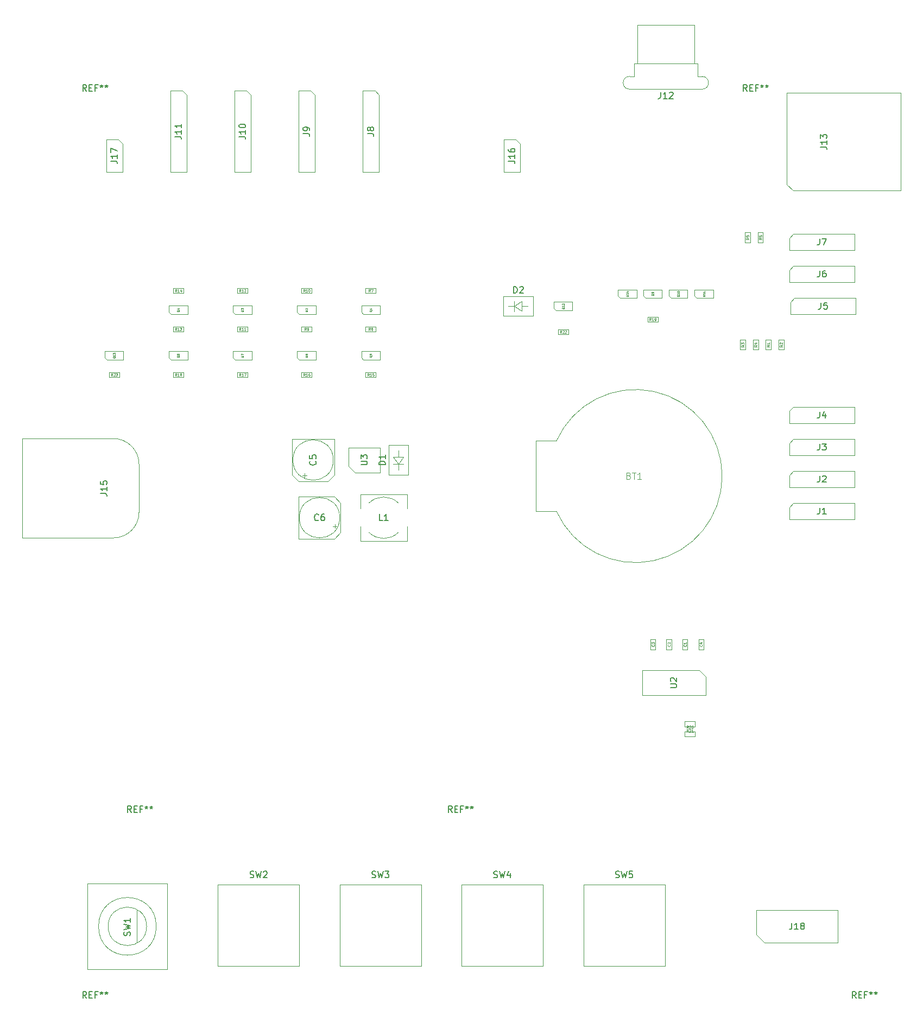
<source format=gbr>
%TF.GenerationSoftware,KiCad,Pcbnew,8.0.1-8.0.1-0~ubuntu20.04.1*%
%TF.CreationDate,2024-06-12T16:02:46+01:00*%
%TF.ProjectId,sensd,73656e73-642e-46b6-9963-61645f706362,rev?*%
%TF.SameCoordinates,Original*%
%TF.FileFunction,AssemblyDrawing,Top*%
%FSLAX46Y46*%
G04 Gerber Fmt 4.6, Leading zero omitted, Abs format (unit mm)*
G04 Created by KiCad (PCBNEW 8.0.1-8.0.1-0~ubuntu20.04.1) date 2024-06-12 16:02:46*
%MOMM*%
%LPD*%
G01*
G04 APERTURE LIST*
%ADD10C,0.150000*%
%ADD11C,0.050000*%
%ADD12C,0.060000*%
%ADD13C,0.100000*%
%ADD14C,0.120000*%
G04 APERTURE END LIST*
D10*
X67359580Y-106166666D02*
X67407200Y-106214285D01*
X67407200Y-106214285D02*
X67454819Y-106357142D01*
X67454819Y-106357142D02*
X67454819Y-106452380D01*
X67454819Y-106452380D02*
X67407200Y-106595237D01*
X67407200Y-106595237D02*
X67311961Y-106690475D01*
X67311961Y-106690475D02*
X67216723Y-106738094D01*
X67216723Y-106738094D02*
X67026247Y-106785713D01*
X67026247Y-106785713D02*
X66883390Y-106785713D01*
X66883390Y-106785713D02*
X66692914Y-106738094D01*
X66692914Y-106738094D02*
X66597676Y-106690475D01*
X66597676Y-106690475D02*
X66502438Y-106595237D01*
X66502438Y-106595237D02*
X66454819Y-106452380D01*
X66454819Y-106452380D02*
X66454819Y-106357142D01*
X66454819Y-106357142D02*
X66502438Y-106214285D01*
X66502438Y-106214285D02*
X66550057Y-106166666D01*
X66454819Y-105261904D02*
X66454819Y-105738094D01*
X66454819Y-105738094D02*
X66931009Y-105785713D01*
X66931009Y-105785713D02*
X66883390Y-105738094D01*
X66883390Y-105738094D02*
X66835771Y-105642856D01*
X66835771Y-105642856D02*
X66835771Y-105404761D01*
X66835771Y-105404761D02*
X66883390Y-105309523D01*
X66883390Y-105309523D02*
X66931009Y-105261904D01*
X66931009Y-105261904D02*
X67026247Y-105214285D01*
X67026247Y-105214285D02*
X67264342Y-105214285D01*
X67264342Y-105214285D02*
X67359580Y-105261904D01*
X67359580Y-105261904D02*
X67407200Y-105309523D01*
X67407200Y-105309523D02*
X67454819Y-105404761D01*
X67454819Y-105404761D02*
X67454819Y-105642856D01*
X67454819Y-105642856D02*
X67407200Y-105738094D01*
X67407200Y-105738094D02*
X67359580Y-105785713D01*
X74465566Y-106746666D02*
X75258900Y-106746666D01*
X75258900Y-106746666D02*
X75352233Y-106700000D01*
X75352233Y-106700000D02*
X75398900Y-106653333D01*
X75398900Y-106653333D02*
X75445566Y-106560000D01*
X75445566Y-106560000D02*
X75445566Y-106373333D01*
X75445566Y-106373333D02*
X75398900Y-106280000D01*
X75398900Y-106280000D02*
X75352233Y-106233333D01*
X75352233Y-106233333D02*
X75258900Y-106186666D01*
X75258900Y-106186666D02*
X74465566Y-106186666D01*
X74465566Y-105813333D02*
X74465566Y-105206666D01*
X74465566Y-105206666D02*
X74838900Y-105533333D01*
X74838900Y-105533333D02*
X74838900Y-105393333D01*
X74838900Y-105393333D02*
X74885566Y-105299999D01*
X74885566Y-105299999D02*
X74932233Y-105253333D01*
X74932233Y-105253333D02*
X75025566Y-105206666D01*
X75025566Y-105206666D02*
X75258900Y-105206666D01*
X75258900Y-105206666D02*
X75352233Y-105253333D01*
X75352233Y-105253333D02*
X75398900Y-105299999D01*
X75398900Y-105299999D02*
X75445566Y-105393333D01*
X75445566Y-105393333D02*
X75445566Y-105673333D01*
X75445566Y-105673333D02*
X75398900Y-105766666D01*
X75398900Y-105766666D02*
X75352233Y-105813333D01*
D11*
X36150914Y-89882857D02*
X36135676Y-89913333D01*
X36135676Y-89913333D02*
X36105200Y-89943809D01*
X36105200Y-89943809D02*
X36059485Y-89989523D01*
X36059485Y-89989523D02*
X36044247Y-90020000D01*
X36044247Y-90020000D02*
X36044247Y-90050476D01*
X36120438Y-90035238D02*
X36105200Y-90065714D01*
X36105200Y-90065714D02*
X36074723Y-90096190D01*
X36074723Y-90096190D02*
X36013771Y-90111428D01*
X36013771Y-90111428D02*
X35907104Y-90111428D01*
X35907104Y-90111428D02*
X35846152Y-90096190D01*
X35846152Y-90096190D02*
X35815676Y-90065714D01*
X35815676Y-90065714D02*
X35800438Y-90035238D01*
X35800438Y-90035238D02*
X35800438Y-89974285D01*
X35800438Y-89974285D02*
X35815676Y-89943809D01*
X35815676Y-89943809D02*
X35846152Y-89913333D01*
X35846152Y-89913333D02*
X35907104Y-89898095D01*
X35907104Y-89898095D02*
X36013771Y-89898095D01*
X36013771Y-89898095D02*
X36074723Y-89913333D01*
X36074723Y-89913333D02*
X36105200Y-89943809D01*
X36105200Y-89943809D02*
X36120438Y-89974285D01*
X36120438Y-89974285D02*
X36120438Y-90035238D01*
X36120438Y-89593333D02*
X36120438Y-89776190D01*
X36120438Y-89684762D02*
X35800438Y-89684762D01*
X35800438Y-89684762D02*
X35846152Y-89715238D01*
X35846152Y-89715238D02*
X35876628Y-89745714D01*
X35876628Y-89745714D02*
X35891866Y-89776190D01*
X35800438Y-89486666D02*
X35800438Y-89288571D01*
X35800438Y-89288571D02*
X35922342Y-89395238D01*
X35922342Y-89395238D02*
X35922342Y-89349523D01*
X35922342Y-89349523D02*
X35937580Y-89319047D01*
X35937580Y-89319047D02*
X35952819Y-89303809D01*
X35952819Y-89303809D02*
X35983295Y-89288571D01*
X35983295Y-89288571D02*
X36059485Y-89288571D01*
X36059485Y-89288571D02*
X36089961Y-89303809D01*
X36089961Y-89303809D02*
X36105200Y-89319047D01*
X36105200Y-89319047D02*
X36120438Y-89349523D01*
X36120438Y-89349523D02*
X36120438Y-89440952D01*
X36120438Y-89440952D02*
X36105200Y-89471428D01*
X36105200Y-89471428D02*
X36089961Y-89486666D01*
D12*
X65908333Y-85761927D02*
X65775000Y-85571451D01*
X65679762Y-85761927D02*
X65679762Y-85361927D01*
X65679762Y-85361927D02*
X65832143Y-85361927D01*
X65832143Y-85361927D02*
X65870238Y-85380975D01*
X65870238Y-85380975D02*
X65889285Y-85400022D01*
X65889285Y-85400022D02*
X65908333Y-85438118D01*
X65908333Y-85438118D02*
X65908333Y-85495260D01*
X65908333Y-85495260D02*
X65889285Y-85533356D01*
X65889285Y-85533356D02*
X65870238Y-85552403D01*
X65870238Y-85552403D02*
X65832143Y-85571451D01*
X65832143Y-85571451D02*
X65679762Y-85571451D01*
X66098809Y-85761927D02*
X66175000Y-85761927D01*
X66175000Y-85761927D02*
X66213095Y-85742880D01*
X66213095Y-85742880D02*
X66232143Y-85723832D01*
X66232143Y-85723832D02*
X66270238Y-85666689D01*
X66270238Y-85666689D02*
X66289285Y-85590499D01*
X66289285Y-85590499D02*
X66289285Y-85438118D01*
X66289285Y-85438118D02*
X66270238Y-85400022D01*
X66270238Y-85400022D02*
X66251190Y-85380975D01*
X66251190Y-85380975D02*
X66213095Y-85361927D01*
X66213095Y-85361927D02*
X66136904Y-85361927D01*
X66136904Y-85361927D02*
X66098809Y-85380975D01*
X66098809Y-85380975D02*
X66079762Y-85400022D01*
X66079762Y-85400022D02*
X66060714Y-85438118D01*
X66060714Y-85438118D02*
X66060714Y-85533356D01*
X66060714Y-85533356D02*
X66079762Y-85571451D01*
X66079762Y-85571451D02*
X66098809Y-85590499D01*
X66098809Y-85590499D02*
X66136904Y-85609546D01*
X66136904Y-85609546D02*
X66213095Y-85609546D01*
X66213095Y-85609546D02*
X66251190Y-85590499D01*
X66251190Y-85590499D02*
X66270238Y-85571451D01*
X66270238Y-85571451D02*
X66289285Y-85533356D01*
D10*
X78254819Y-106738094D02*
X77254819Y-106738094D01*
X77254819Y-106738094D02*
X77254819Y-106499999D01*
X77254819Y-106499999D02*
X77302438Y-106357142D01*
X77302438Y-106357142D02*
X77397676Y-106261904D01*
X77397676Y-106261904D02*
X77492914Y-106214285D01*
X77492914Y-106214285D02*
X77683390Y-106166666D01*
X77683390Y-106166666D02*
X77826247Y-106166666D01*
X77826247Y-106166666D02*
X78016723Y-106214285D01*
X78016723Y-106214285D02*
X78111961Y-106261904D01*
X78111961Y-106261904D02*
X78207200Y-106357142D01*
X78207200Y-106357142D02*
X78254819Y-106499999D01*
X78254819Y-106499999D02*
X78254819Y-106738094D01*
X78254819Y-105214285D02*
X78254819Y-105785713D01*
X78254819Y-105499999D02*
X77254819Y-105499999D01*
X77254819Y-105499999D02*
X77397676Y-105595237D01*
X77397676Y-105595237D02*
X77492914Y-105690475D01*
X77492914Y-105690475D02*
X77540533Y-105785713D01*
X38666666Y-160954819D02*
X38333333Y-160478628D01*
X38095238Y-160954819D02*
X38095238Y-159954819D01*
X38095238Y-159954819D02*
X38476190Y-159954819D01*
X38476190Y-159954819D02*
X38571428Y-160002438D01*
X38571428Y-160002438D02*
X38619047Y-160050057D01*
X38619047Y-160050057D02*
X38666666Y-160145295D01*
X38666666Y-160145295D02*
X38666666Y-160288152D01*
X38666666Y-160288152D02*
X38619047Y-160383390D01*
X38619047Y-160383390D02*
X38571428Y-160431009D01*
X38571428Y-160431009D02*
X38476190Y-160478628D01*
X38476190Y-160478628D02*
X38095238Y-160478628D01*
X39095238Y-160431009D02*
X39428571Y-160431009D01*
X39571428Y-160954819D02*
X39095238Y-160954819D01*
X39095238Y-160954819D02*
X39095238Y-159954819D01*
X39095238Y-159954819D02*
X39571428Y-159954819D01*
X40333333Y-160431009D02*
X40000000Y-160431009D01*
X40000000Y-160954819D02*
X40000000Y-159954819D01*
X40000000Y-159954819D02*
X40476190Y-159954819D01*
X41000000Y-159954819D02*
X41000000Y-160192914D01*
X40761905Y-160097676D02*
X41000000Y-160192914D01*
X41000000Y-160192914D02*
X41238095Y-160097676D01*
X40857143Y-160383390D02*
X41000000Y-160192914D01*
X41000000Y-160192914D02*
X41142857Y-160383390D01*
X41761905Y-159954819D02*
X41761905Y-160192914D01*
X41523810Y-160097676D02*
X41761905Y-160192914D01*
X41761905Y-160192914D02*
X42000000Y-160097676D01*
X41619048Y-160383390D02*
X41761905Y-160192914D01*
X41761905Y-160192914D02*
X41904762Y-160383390D01*
D12*
X134931927Y-71316666D02*
X134741451Y-71449999D01*
X134931927Y-71545237D02*
X134531927Y-71545237D01*
X134531927Y-71545237D02*
X134531927Y-71392856D01*
X134531927Y-71392856D02*
X134550975Y-71354761D01*
X134550975Y-71354761D02*
X134570022Y-71335714D01*
X134570022Y-71335714D02*
X134608118Y-71316666D01*
X134608118Y-71316666D02*
X134665260Y-71316666D01*
X134665260Y-71316666D02*
X134703356Y-71335714D01*
X134703356Y-71335714D02*
X134722403Y-71354761D01*
X134722403Y-71354761D02*
X134741451Y-71392856D01*
X134741451Y-71392856D02*
X134741451Y-71545237D01*
X134531927Y-70954761D02*
X134531927Y-71145237D01*
X134531927Y-71145237D02*
X134722403Y-71164285D01*
X134722403Y-71164285D02*
X134703356Y-71145237D01*
X134703356Y-71145237D02*
X134684308Y-71107142D01*
X134684308Y-71107142D02*
X134684308Y-71011904D01*
X134684308Y-71011904D02*
X134703356Y-70973809D01*
X134703356Y-70973809D02*
X134722403Y-70954761D01*
X134722403Y-70954761D02*
X134760499Y-70935714D01*
X134760499Y-70935714D02*
X134855737Y-70935714D01*
X134855737Y-70935714D02*
X134893832Y-70954761D01*
X134893832Y-70954761D02*
X134912880Y-70973809D01*
X134912880Y-70973809D02*
X134931927Y-71011904D01*
X134931927Y-71011904D02*
X134931927Y-71107142D01*
X134931927Y-71107142D02*
X134912880Y-71145237D01*
X134912880Y-71145237D02*
X134893832Y-71164285D01*
D11*
X76150914Y-89730476D02*
X76135676Y-89760952D01*
X76135676Y-89760952D02*
X76105200Y-89791428D01*
X76105200Y-89791428D02*
X76059485Y-89837142D01*
X76059485Y-89837142D02*
X76044247Y-89867619D01*
X76044247Y-89867619D02*
X76044247Y-89898095D01*
X76120438Y-89882857D02*
X76105200Y-89913333D01*
X76105200Y-89913333D02*
X76074723Y-89943809D01*
X76074723Y-89943809D02*
X76013771Y-89959047D01*
X76013771Y-89959047D02*
X75907104Y-89959047D01*
X75907104Y-89959047D02*
X75846152Y-89943809D01*
X75846152Y-89943809D02*
X75815676Y-89913333D01*
X75815676Y-89913333D02*
X75800438Y-89882857D01*
X75800438Y-89882857D02*
X75800438Y-89821904D01*
X75800438Y-89821904D02*
X75815676Y-89791428D01*
X75815676Y-89791428D02*
X75846152Y-89760952D01*
X75846152Y-89760952D02*
X75907104Y-89745714D01*
X75907104Y-89745714D02*
X76013771Y-89745714D01*
X76013771Y-89745714D02*
X76074723Y-89760952D01*
X76074723Y-89760952D02*
X76105200Y-89791428D01*
X76105200Y-89791428D02*
X76120438Y-89821904D01*
X76120438Y-89821904D02*
X76120438Y-89882857D01*
X75800438Y-89456190D02*
X75800438Y-89608571D01*
X75800438Y-89608571D02*
X75952819Y-89623809D01*
X75952819Y-89623809D02*
X75937580Y-89608571D01*
X75937580Y-89608571D02*
X75922342Y-89578095D01*
X75922342Y-89578095D02*
X75922342Y-89501904D01*
X75922342Y-89501904D02*
X75937580Y-89471428D01*
X75937580Y-89471428D02*
X75952819Y-89456190D01*
X75952819Y-89456190D02*
X75983295Y-89440952D01*
X75983295Y-89440952D02*
X76059485Y-89440952D01*
X76059485Y-89440952D02*
X76089961Y-89456190D01*
X76089961Y-89456190D02*
X76105200Y-89471428D01*
X76105200Y-89471428D02*
X76120438Y-89501904D01*
X76120438Y-89501904D02*
X76120438Y-89578095D01*
X76120438Y-89578095D02*
X76105200Y-89608571D01*
X76105200Y-89608571D02*
X76089961Y-89623809D01*
X124125914Y-80245357D02*
X124110676Y-80275833D01*
X124110676Y-80275833D02*
X124080200Y-80306309D01*
X124080200Y-80306309D02*
X124034485Y-80352023D01*
X124034485Y-80352023D02*
X124019247Y-80382500D01*
X124019247Y-80382500D02*
X124019247Y-80412976D01*
X124095438Y-80397738D02*
X124080200Y-80428214D01*
X124080200Y-80428214D02*
X124049723Y-80458690D01*
X124049723Y-80458690D02*
X123988771Y-80473928D01*
X123988771Y-80473928D02*
X123882104Y-80473928D01*
X123882104Y-80473928D02*
X123821152Y-80458690D01*
X123821152Y-80458690D02*
X123790676Y-80428214D01*
X123790676Y-80428214D02*
X123775438Y-80397738D01*
X123775438Y-80397738D02*
X123775438Y-80336785D01*
X123775438Y-80336785D02*
X123790676Y-80306309D01*
X123790676Y-80306309D02*
X123821152Y-80275833D01*
X123821152Y-80275833D02*
X123882104Y-80260595D01*
X123882104Y-80260595D02*
X123988771Y-80260595D01*
X123988771Y-80260595D02*
X124049723Y-80275833D01*
X124049723Y-80275833D02*
X124080200Y-80306309D01*
X124080200Y-80306309D02*
X124095438Y-80336785D01*
X124095438Y-80336785D02*
X124095438Y-80397738D01*
X124095438Y-79955833D02*
X124095438Y-80138690D01*
X124095438Y-80047262D02*
X123775438Y-80047262D01*
X123775438Y-80047262D02*
X123821152Y-80077738D01*
X123821152Y-80077738D02*
X123851628Y-80108214D01*
X123851628Y-80108214D02*
X123866866Y-80138690D01*
X123775438Y-79757738D02*
X123775438Y-79727261D01*
X123775438Y-79727261D02*
X123790676Y-79696785D01*
X123790676Y-79696785D02*
X123805914Y-79681547D01*
X123805914Y-79681547D02*
X123836390Y-79666309D01*
X123836390Y-79666309D02*
X123897342Y-79651071D01*
X123897342Y-79651071D02*
X123973533Y-79651071D01*
X123973533Y-79651071D02*
X124034485Y-79666309D01*
X124034485Y-79666309D02*
X124064961Y-79681547D01*
X124064961Y-79681547D02*
X124080200Y-79696785D01*
X124080200Y-79696785D02*
X124095438Y-79727261D01*
X124095438Y-79727261D02*
X124095438Y-79757738D01*
X124095438Y-79757738D02*
X124080200Y-79788214D01*
X124080200Y-79788214D02*
X124064961Y-79803452D01*
X124064961Y-79803452D02*
X124034485Y-79818690D01*
X124034485Y-79818690D02*
X123973533Y-79833928D01*
X123973533Y-79833928D02*
X123897342Y-79833928D01*
X123897342Y-79833928D02*
X123836390Y-79818690D01*
X123836390Y-79818690D02*
X123805914Y-79803452D01*
X123805914Y-79803452D02*
X123790676Y-79788214D01*
X123790676Y-79788214D02*
X123775438Y-79757738D01*
X66150914Y-82610476D02*
X66135676Y-82640952D01*
X66135676Y-82640952D02*
X66105200Y-82671428D01*
X66105200Y-82671428D02*
X66059485Y-82717142D01*
X66059485Y-82717142D02*
X66044247Y-82747619D01*
X66044247Y-82747619D02*
X66044247Y-82778095D01*
X66120438Y-82762857D02*
X66105200Y-82793333D01*
X66105200Y-82793333D02*
X66074723Y-82823809D01*
X66074723Y-82823809D02*
X66013771Y-82839047D01*
X66013771Y-82839047D02*
X65907104Y-82839047D01*
X65907104Y-82839047D02*
X65846152Y-82823809D01*
X65846152Y-82823809D02*
X65815676Y-82793333D01*
X65815676Y-82793333D02*
X65800438Y-82762857D01*
X65800438Y-82762857D02*
X65800438Y-82701904D01*
X65800438Y-82701904D02*
X65815676Y-82671428D01*
X65815676Y-82671428D02*
X65846152Y-82640952D01*
X65846152Y-82640952D02*
X65907104Y-82625714D01*
X65907104Y-82625714D02*
X66013771Y-82625714D01*
X66013771Y-82625714D02*
X66074723Y-82640952D01*
X66074723Y-82640952D02*
X66105200Y-82671428D01*
X66105200Y-82671428D02*
X66120438Y-82701904D01*
X66120438Y-82701904D02*
X66120438Y-82762857D01*
X65830914Y-82503809D02*
X65815676Y-82488571D01*
X65815676Y-82488571D02*
X65800438Y-82458095D01*
X65800438Y-82458095D02*
X65800438Y-82381904D01*
X65800438Y-82381904D02*
X65815676Y-82351428D01*
X65815676Y-82351428D02*
X65830914Y-82336190D01*
X65830914Y-82336190D02*
X65861390Y-82320952D01*
X65861390Y-82320952D02*
X65891866Y-82320952D01*
X65891866Y-82320952D02*
X65937580Y-82336190D01*
X65937580Y-82336190D02*
X66120438Y-82519047D01*
X66120438Y-82519047D02*
X66120438Y-82320952D01*
X116175914Y-80245357D02*
X116160676Y-80275833D01*
X116160676Y-80275833D02*
X116130200Y-80306309D01*
X116130200Y-80306309D02*
X116084485Y-80352023D01*
X116084485Y-80352023D02*
X116069247Y-80382500D01*
X116069247Y-80382500D02*
X116069247Y-80412976D01*
X116145438Y-80397738D02*
X116130200Y-80428214D01*
X116130200Y-80428214D02*
X116099723Y-80458690D01*
X116099723Y-80458690D02*
X116038771Y-80473928D01*
X116038771Y-80473928D02*
X115932104Y-80473928D01*
X115932104Y-80473928D02*
X115871152Y-80458690D01*
X115871152Y-80458690D02*
X115840676Y-80428214D01*
X115840676Y-80428214D02*
X115825438Y-80397738D01*
X115825438Y-80397738D02*
X115825438Y-80336785D01*
X115825438Y-80336785D02*
X115840676Y-80306309D01*
X115840676Y-80306309D02*
X115871152Y-80275833D01*
X115871152Y-80275833D02*
X115932104Y-80260595D01*
X115932104Y-80260595D02*
X116038771Y-80260595D01*
X116038771Y-80260595D02*
X116099723Y-80275833D01*
X116099723Y-80275833D02*
X116130200Y-80306309D01*
X116130200Y-80306309D02*
X116145438Y-80336785D01*
X116145438Y-80336785D02*
X116145438Y-80397738D01*
X116145438Y-79955833D02*
X116145438Y-80138690D01*
X116145438Y-80047262D02*
X115825438Y-80047262D01*
X115825438Y-80047262D02*
X115871152Y-80077738D01*
X115871152Y-80077738D02*
X115901628Y-80108214D01*
X115901628Y-80108214D02*
X115916866Y-80138690D01*
X115932104Y-79681547D02*
X116145438Y-79681547D01*
X115810200Y-79757738D02*
X116038771Y-79833928D01*
X116038771Y-79833928D02*
X116038771Y-79635833D01*
D12*
X134181927Y-88066666D02*
X133991451Y-88199999D01*
X134181927Y-88295237D02*
X133781927Y-88295237D01*
X133781927Y-88295237D02*
X133781927Y-88142856D01*
X133781927Y-88142856D02*
X133800975Y-88104761D01*
X133800975Y-88104761D02*
X133820022Y-88085714D01*
X133820022Y-88085714D02*
X133858118Y-88066666D01*
X133858118Y-88066666D02*
X133915260Y-88066666D01*
X133915260Y-88066666D02*
X133953356Y-88085714D01*
X133953356Y-88085714D02*
X133972403Y-88104761D01*
X133972403Y-88104761D02*
X133991451Y-88142856D01*
X133991451Y-88142856D02*
X133991451Y-88295237D01*
X133781927Y-87933333D02*
X133781927Y-87685714D01*
X133781927Y-87685714D02*
X133934308Y-87819047D01*
X133934308Y-87819047D02*
X133934308Y-87761904D01*
X133934308Y-87761904D02*
X133953356Y-87723809D01*
X133953356Y-87723809D02*
X133972403Y-87704761D01*
X133972403Y-87704761D02*
X134010499Y-87685714D01*
X134010499Y-87685714D02*
X134105737Y-87685714D01*
X134105737Y-87685714D02*
X134143832Y-87704761D01*
X134143832Y-87704761D02*
X134162880Y-87723809D01*
X134162880Y-87723809D02*
X134181927Y-87761904D01*
X134181927Y-87761904D02*
X134181927Y-87876190D01*
X134181927Y-87876190D02*
X134162880Y-87914285D01*
X134162880Y-87914285D02*
X134143832Y-87933333D01*
X125492857Y-147851927D02*
X125359524Y-147661451D01*
X125264286Y-147851927D02*
X125264286Y-147451927D01*
X125264286Y-147451927D02*
X125416667Y-147451927D01*
X125416667Y-147451927D02*
X125454762Y-147470975D01*
X125454762Y-147470975D02*
X125473809Y-147490022D01*
X125473809Y-147490022D02*
X125492857Y-147528118D01*
X125492857Y-147528118D02*
X125492857Y-147585260D01*
X125492857Y-147585260D02*
X125473809Y-147623356D01*
X125473809Y-147623356D02*
X125454762Y-147642403D01*
X125454762Y-147642403D02*
X125416667Y-147661451D01*
X125416667Y-147661451D02*
X125264286Y-147661451D01*
X125645238Y-147490022D02*
X125664286Y-147470975D01*
X125664286Y-147470975D02*
X125702381Y-147451927D01*
X125702381Y-147451927D02*
X125797619Y-147451927D01*
X125797619Y-147451927D02*
X125835714Y-147470975D01*
X125835714Y-147470975D02*
X125854762Y-147490022D01*
X125854762Y-147490022D02*
X125873809Y-147528118D01*
X125873809Y-147528118D02*
X125873809Y-147566213D01*
X125873809Y-147566213D02*
X125854762Y-147623356D01*
X125854762Y-147623356D02*
X125626190Y-147851927D01*
X125626190Y-147851927D02*
X125873809Y-147851927D01*
X126121428Y-147451927D02*
X126159523Y-147451927D01*
X126159523Y-147451927D02*
X126197619Y-147470975D01*
X126197619Y-147470975D02*
X126216666Y-147490022D01*
X126216666Y-147490022D02*
X126235714Y-147528118D01*
X126235714Y-147528118D02*
X126254761Y-147604308D01*
X126254761Y-147604308D02*
X126254761Y-147699546D01*
X126254761Y-147699546D02*
X126235714Y-147775737D01*
X126235714Y-147775737D02*
X126216666Y-147813832D01*
X126216666Y-147813832D02*
X126197619Y-147832880D01*
X126197619Y-147832880D02*
X126159523Y-147851927D01*
X126159523Y-147851927D02*
X126121428Y-147851927D01*
X126121428Y-147851927D02*
X126083333Y-147832880D01*
X126083333Y-147832880D02*
X126064285Y-147813832D01*
X126064285Y-147813832D02*
X126045238Y-147775737D01*
X126045238Y-147775737D02*
X126026190Y-147699546D01*
X126026190Y-147699546D02*
X126026190Y-147604308D01*
X126026190Y-147604308D02*
X126045238Y-147528118D01*
X126045238Y-147528118D02*
X126064285Y-147490022D01*
X126064285Y-147490022D02*
X126083333Y-147470975D01*
X126083333Y-147470975D02*
X126121428Y-147451927D01*
X140181927Y-88066666D02*
X139991451Y-88199999D01*
X140181927Y-88295237D02*
X139781927Y-88295237D01*
X139781927Y-88295237D02*
X139781927Y-88142856D01*
X139781927Y-88142856D02*
X139800975Y-88104761D01*
X139800975Y-88104761D02*
X139820022Y-88085714D01*
X139820022Y-88085714D02*
X139858118Y-88066666D01*
X139858118Y-88066666D02*
X139915260Y-88066666D01*
X139915260Y-88066666D02*
X139953356Y-88085714D01*
X139953356Y-88085714D02*
X139972403Y-88104761D01*
X139972403Y-88104761D02*
X139991451Y-88142856D01*
X139991451Y-88142856D02*
X139991451Y-88295237D01*
X139820022Y-87914285D02*
X139800975Y-87895237D01*
X139800975Y-87895237D02*
X139781927Y-87857142D01*
X139781927Y-87857142D02*
X139781927Y-87761904D01*
X139781927Y-87761904D02*
X139800975Y-87723809D01*
X139800975Y-87723809D02*
X139820022Y-87704761D01*
X139820022Y-87704761D02*
X139858118Y-87685714D01*
X139858118Y-87685714D02*
X139896213Y-87685714D01*
X139896213Y-87685714D02*
X139953356Y-87704761D01*
X139953356Y-87704761D02*
X140181927Y-87933333D01*
X140181927Y-87933333D02*
X140181927Y-87685714D01*
D10*
X35454819Y-59349523D02*
X36169104Y-59349523D01*
X36169104Y-59349523D02*
X36311961Y-59397142D01*
X36311961Y-59397142D02*
X36407200Y-59492380D01*
X36407200Y-59492380D02*
X36454819Y-59635237D01*
X36454819Y-59635237D02*
X36454819Y-59730475D01*
X36454819Y-58349523D02*
X36454819Y-58920951D01*
X36454819Y-58635237D02*
X35454819Y-58635237D01*
X35454819Y-58635237D02*
X35597676Y-58730475D01*
X35597676Y-58730475D02*
X35692914Y-58825713D01*
X35692914Y-58825713D02*
X35740533Y-58920951D01*
X35454819Y-58016189D02*
X35454819Y-57349523D01*
X35454819Y-57349523D02*
X36454819Y-57778094D01*
D12*
X75908333Y-79761927D02*
X75775000Y-79571451D01*
X75679762Y-79761927D02*
X75679762Y-79361927D01*
X75679762Y-79361927D02*
X75832143Y-79361927D01*
X75832143Y-79361927D02*
X75870238Y-79380975D01*
X75870238Y-79380975D02*
X75889285Y-79400022D01*
X75889285Y-79400022D02*
X75908333Y-79438118D01*
X75908333Y-79438118D02*
X75908333Y-79495260D01*
X75908333Y-79495260D02*
X75889285Y-79533356D01*
X75889285Y-79533356D02*
X75870238Y-79552403D01*
X75870238Y-79552403D02*
X75832143Y-79571451D01*
X75832143Y-79571451D02*
X75679762Y-79571451D01*
X76041666Y-79361927D02*
X76308333Y-79361927D01*
X76308333Y-79361927D02*
X76136904Y-79761927D01*
X55717857Y-79761927D02*
X55584524Y-79571451D01*
X55489286Y-79761927D02*
X55489286Y-79361927D01*
X55489286Y-79361927D02*
X55641667Y-79361927D01*
X55641667Y-79361927D02*
X55679762Y-79380975D01*
X55679762Y-79380975D02*
X55698809Y-79400022D01*
X55698809Y-79400022D02*
X55717857Y-79438118D01*
X55717857Y-79438118D02*
X55717857Y-79495260D01*
X55717857Y-79495260D02*
X55698809Y-79533356D01*
X55698809Y-79533356D02*
X55679762Y-79552403D01*
X55679762Y-79552403D02*
X55641667Y-79571451D01*
X55641667Y-79571451D02*
X55489286Y-79571451D01*
X56098809Y-79761927D02*
X55870238Y-79761927D01*
X55984524Y-79761927D02*
X55984524Y-79361927D01*
X55984524Y-79361927D02*
X55946428Y-79419070D01*
X55946428Y-79419070D02*
X55908333Y-79457165D01*
X55908333Y-79457165D02*
X55870238Y-79476213D01*
X56251190Y-79400022D02*
X56270238Y-79380975D01*
X56270238Y-79380975D02*
X56308333Y-79361927D01*
X56308333Y-79361927D02*
X56403571Y-79361927D01*
X56403571Y-79361927D02*
X56441666Y-79380975D01*
X56441666Y-79380975D02*
X56460714Y-79400022D01*
X56460714Y-79400022D02*
X56479761Y-79438118D01*
X56479761Y-79438118D02*
X56479761Y-79476213D01*
X56479761Y-79476213D02*
X56460714Y-79533356D01*
X56460714Y-79533356D02*
X56232142Y-79761927D01*
X56232142Y-79761927D02*
X56479761Y-79761927D01*
D11*
X56150914Y-82610476D02*
X56135676Y-82640952D01*
X56135676Y-82640952D02*
X56105200Y-82671428D01*
X56105200Y-82671428D02*
X56059485Y-82717142D01*
X56059485Y-82717142D02*
X56044247Y-82747619D01*
X56044247Y-82747619D02*
X56044247Y-82778095D01*
X56120438Y-82762857D02*
X56105200Y-82793333D01*
X56105200Y-82793333D02*
X56074723Y-82823809D01*
X56074723Y-82823809D02*
X56013771Y-82839047D01*
X56013771Y-82839047D02*
X55907104Y-82839047D01*
X55907104Y-82839047D02*
X55846152Y-82823809D01*
X55846152Y-82823809D02*
X55815676Y-82793333D01*
X55815676Y-82793333D02*
X55800438Y-82762857D01*
X55800438Y-82762857D02*
X55800438Y-82701904D01*
X55800438Y-82701904D02*
X55815676Y-82671428D01*
X55815676Y-82671428D02*
X55846152Y-82640952D01*
X55846152Y-82640952D02*
X55907104Y-82625714D01*
X55907104Y-82625714D02*
X56013771Y-82625714D01*
X56013771Y-82625714D02*
X56074723Y-82640952D01*
X56074723Y-82640952D02*
X56105200Y-82671428D01*
X56105200Y-82671428D02*
X56120438Y-82701904D01*
X56120438Y-82701904D02*
X56120438Y-82762857D01*
X55800438Y-82519047D02*
X55800438Y-82320952D01*
X55800438Y-82320952D02*
X55922342Y-82427619D01*
X55922342Y-82427619D02*
X55922342Y-82381904D01*
X55922342Y-82381904D02*
X55937580Y-82351428D01*
X55937580Y-82351428D02*
X55952819Y-82336190D01*
X55952819Y-82336190D02*
X55983295Y-82320952D01*
X55983295Y-82320952D02*
X56059485Y-82320952D01*
X56059485Y-82320952D02*
X56089961Y-82336190D01*
X56089961Y-82336190D02*
X56105200Y-82351428D01*
X56105200Y-82351428D02*
X56120438Y-82381904D01*
X56120438Y-82381904D02*
X56120438Y-82473333D01*
X56120438Y-82473333D02*
X56105200Y-82503809D01*
X56105200Y-82503809D02*
X56089961Y-82519047D01*
D12*
X122643832Y-134816666D02*
X122662880Y-134835714D01*
X122662880Y-134835714D02*
X122681927Y-134892856D01*
X122681927Y-134892856D02*
X122681927Y-134930952D01*
X122681927Y-134930952D02*
X122662880Y-134988095D01*
X122662880Y-134988095D02*
X122624784Y-135026190D01*
X122624784Y-135026190D02*
X122586689Y-135045237D01*
X122586689Y-135045237D02*
X122510499Y-135064285D01*
X122510499Y-135064285D02*
X122453356Y-135064285D01*
X122453356Y-135064285D02*
X122377165Y-135045237D01*
X122377165Y-135045237D02*
X122339070Y-135026190D01*
X122339070Y-135026190D02*
X122300975Y-134988095D01*
X122300975Y-134988095D02*
X122281927Y-134930952D01*
X122281927Y-134930952D02*
X122281927Y-134892856D01*
X122281927Y-134892856D02*
X122300975Y-134835714D01*
X122300975Y-134835714D02*
X122320022Y-134816666D01*
X122320022Y-134664285D02*
X122300975Y-134645237D01*
X122300975Y-134645237D02*
X122281927Y-134607142D01*
X122281927Y-134607142D02*
X122281927Y-134511904D01*
X122281927Y-134511904D02*
X122300975Y-134473809D01*
X122300975Y-134473809D02*
X122320022Y-134454761D01*
X122320022Y-134454761D02*
X122358118Y-134435714D01*
X122358118Y-134435714D02*
X122396213Y-134435714D01*
X122396213Y-134435714D02*
X122453356Y-134454761D01*
X122453356Y-134454761D02*
X122681927Y-134683333D01*
X122681927Y-134683333D02*
X122681927Y-134435714D01*
D10*
X95166667Y-171113200D02*
X95309524Y-171160819D01*
X95309524Y-171160819D02*
X95547619Y-171160819D01*
X95547619Y-171160819D02*
X95642857Y-171113200D01*
X95642857Y-171113200D02*
X95690476Y-171065580D01*
X95690476Y-171065580D02*
X95738095Y-170970342D01*
X95738095Y-170970342D02*
X95738095Y-170875104D01*
X95738095Y-170875104D02*
X95690476Y-170779866D01*
X95690476Y-170779866D02*
X95642857Y-170732247D01*
X95642857Y-170732247D02*
X95547619Y-170684628D01*
X95547619Y-170684628D02*
X95357143Y-170637009D01*
X95357143Y-170637009D02*
X95261905Y-170589390D01*
X95261905Y-170589390D02*
X95214286Y-170541771D01*
X95214286Y-170541771D02*
X95166667Y-170446533D01*
X95166667Y-170446533D02*
X95166667Y-170351295D01*
X95166667Y-170351295D02*
X95214286Y-170256057D01*
X95214286Y-170256057D02*
X95261905Y-170208438D01*
X95261905Y-170208438D02*
X95357143Y-170160819D01*
X95357143Y-170160819D02*
X95595238Y-170160819D01*
X95595238Y-170160819D02*
X95738095Y-170208438D01*
X96071429Y-170160819D02*
X96309524Y-171160819D01*
X96309524Y-171160819D02*
X96500000Y-170446533D01*
X96500000Y-170446533D02*
X96690476Y-171160819D01*
X96690476Y-171160819D02*
X96928572Y-170160819D01*
X97738095Y-170494152D02*
X97738095Y-171160819D01*
X97500000Y-170113200D02*
X97261905Y-170827485D01*
X97261905Y-170827485D02*
X97880952Y-170827485D01*
X88666666Y-160954819D02*
X88333333Y-160478628D01*
X88095238Y-160954819D02*
X88095238Y-159954819D01*
X88095238Y-159954819D02*
X88476190Y-159954819D01*
X88476190Y-159954819D02*
X88571428Y-160002438D01*
X88571428Y-160002438D02*
X88619047Y-160050057D01*
X88619047Y-160050057D02*
X88666666Y-160145295D01*
X88666666Y-160145295D02*
X88666666Y-160288152D01*
X88666666Y-160288152D02*
X88619047Y-160383390D01*
X88619047Y-160383390D02*
X88571428Y-160431009D01*
X88571428Y-160431009D02*
X88476190Y-160478628D01*
X88476190Y-160478628D02*
X88095238Y-160478628D01*
X89095238Y-160431009D02*
X89428571Y-160431009D01*
X89571428Y-160954819D02*
X89095238Y-160954819D01*
X89095238Y-160954819D02*
X89095238Y-159954819D01*
X89095238Y-159954819D02*
X89571428Y-159954819D01*
X90333333Y-160431009D02*
X90000000Y-160431009D01*
X90000000Y-160954819D02*
X90000000Y-159954819D01*
X90000000Y-159954819D02*
X90476190Y-159954819D01*
X91000000Y-159954819D02*
X91000000Y-160192914D01*
X90761905Y-160097676D02*
X91000000Y-160192914D01*
X91000000Y-160192914D02*
X91238095Y-160097676D01*
X90857143Y-160383390D02*
X91000000Y-160192914D01*
X91000000Y-160192914D02*
X91142857Y-160383390D01*
X91761905Y-159954819D02*
X91761905Y-160192914D01*
X91523810Y-160097676D02*
X91761905Y-160192914D01*
X91761905Y-160192914D02*
X92000000Y-160097676D01*
X91619048Y-160383390D02*
X91761905Y-160192914D01*
X91761905Y-160192914D02*
X91904762Y-160383390D01*
X146104819Y-57147023D02*
X146819104Y-57147023D01*
X146819104Y-57147023D02*
X146961961Y-57194642D01*
X146961961Y-57194642D02*
X147057200Y-57289880D01*
X147057200Y-57289880D02*
X147104819Y-57432737D01*
X147104819Y-57432737D02*
X147104819Y-57527975D01*
X147104819Y-56147023D02*
X147104819Y-56718451D01*
X147104819Y-56432737D02*
X146104819Y-56432737D01*
X146104819Y-56432737D02*
X146247676Y-56527975D01*
X146247676Y-56527975D02*
X146342914Y-56623213D01*
X146342914Y-56623213D02*
X146390533Y-56718451D01*
X146104819Y-55813689D02*
X146104819Y-55194642D01*
X146104819Y-55194642D02*
X146485771Y-55527975D01*
X146485771Y-55527975D02*
X146485771Y-55385118D01*
X146485771Y-55385118D02*
X146533390Y-55289880D01*
X146533390Y-55289880D02*
X146581009Y-55242261D01*
X146581009Y-55242261D02*
X146676247Y-55194642D01*
X146676247Y-55194642D02*
X146914342Y-55194642D01*
X146914342Y-55194642D02*
X147009580Y-55242261D01*
X147009580Y-55242261D02*
X147057200Y-55289880D01*
X147057200Y-55289880D02*
X147104819Y-55385118D01*
X147104819Y-55385118D02*
X147104819Y-55670832D01*
X147104819Y-55670832D02*
X147057200Y-55766070D01*
X147057200Y-55766070D02*
X147009580Y-55813689D01*
D11*
X128125914Y-80245357D02*
X128110676Y-80275833D01*
X128110676Y-80275833D02*
X128080200Y-80306309D01*
X128080200Y-80306309D02*
X128034485Y-80352023D01*
X128034485Y-80352023D02*
X128019247Y-80382500D01*
X128019247Y-80382500D02*
X128019247Y-80412976D01*
X128095438Y-80397738D02*
X128080200Y-80428214D01*
X128080200Y-80428214D02*
X128049723Y-80458690D01*
X128049723Y-80458690D02*
X127988771Y-80473928D01*
X127988771Y-80473928D02*
X127882104Y-80473928D01*
X127882104Y-80473928D02*
X127821152Y-80458690D01*
X127821152Y-80458690D02*
X127790676Y-80428214D01*
X127790676Y-80428214D02*
X127775438Y-80397738D01*
X127775438Y-80397738D02*
X127775438Y-80336785D01*
X127775438Y-80336785D02*
X127790676Y-80306309D01*
X127790676Y-80306309D02*
X127821152Y-80275833D01*
X127821152Y-80275833D02*
X127882104Y-80260595D01*
X127882104Y-80260595D02*
X127988771Y-80260595D01*
X127988771Y-80260595D02*
X128049723Y-80275833D01*
X128049723Y-80275833D02*
X128080200Y-80306309D01*
X128080200Y-80306309D02*
X128095438Y-80336785D01*
X128095438Y-80336785D02*
X128095438Y-80397738D01*
X128095438Y-79955833D02*
X128095438Y-80138690D01*
X128095438Y-80047262D02*
X127775438Y-80047262D01*
X127775438Y-80047262D02*
X127821152Y-80077738D01*
X127821152Y-80077738D02*
X127851628Y-80108214D01*
X127851628Y-80108214D02*
X127866866Y-80138690D01*
X128095438Y-79651071D02*
X128095438Y-79833928D01*
X128095438Y-79742500D02*
X127775438Y-79742500D01*
X127775438Y-79742500D02*
X127821152Y-79772976D01*
X127821152Y-79772976D02*
X127851628Y-79803452D01*
X127851628Y-79803452D02*
X127866866Y-79833928D01*
D12*
X65717857Y-92881927D02*
X65584524Y-92691451D01*
X65489286Y-92881927D02*
X65489286Y-92481927D01*
X65489286Y-92481927D02*
X65641667Y-92481927D01*
X65641667Y-92481927D02*
X65679762Y-92500975D01*
X65679762Y-92500975D02*
X65698809Y-92520022D01*
X65698809Y-92520022D02*
X65717857Y-92558118D01*
X65717857Y-92558118D02*
X65717857Y-92615260D01*
X65717857Y-92615260D02*
X65698809Y-92653356D01*
X65698809Y-92653356D02*
X65679762Y-92672403D01*
X65679762Y-92672403D02*
X65641667Y-92691451D01*
X65641667Y-92691451D02*
X65489286Y-92691451D01*
X66098809Y-92881927D02*
X65870238Y-92881927D01*
X65984524Y-92881927D02*
X65984524Y-92481927D01*
X65984524Y-92481927D02*
X65946428Y-92539070D01*
X65946428Y-92539070D02*
X65908333Y-92577165D01*
X65908333Y-92577165D02*
X65870238Y-92596213D01*
X66441666Y-92481927D02*
X66365476Y-92481927D01*
X66365476Y-92481927D02*
X66327380Y-92500975D01*
X66327380Y-92500975D02*
X66308333Y-92520022D01*
X66308333Y-92520022D02*
X66270238Y-92577165D01*
X66270238Y-92577165D02*
X66251190Y-92653356D01*
X66251190Y-92653356D02*
X66251190Y-92805737D01*
X66251190Y-92805737D02*
X66270238Y-92843832D01*
X66270238Y-92843832D02*
X66289285Y-92862880D01*
X66289285Y-92862880D02*
X66327380Y-92881927D01*
X66327380Y-92881927D02*
X66403571Y-92881927D01*
X66403571Y-92881927D02*
X66441666Y-92862880D01*
X66441666Y-92862880D02*
X66460714Y-92843832D01*
X66460714Y-92843832D02*
X66479761Y-92805737D01*
X66479761Y-92805737D02*
X66479761Y-92710499D01*
X66479761Y-92710499D02*
X66460714Y-92672403D01*
X66460714Y-92672403D02*
X66441666Y-92653356D01*
X66441666Y-92653356D02*
X66403571Y-92634308D01*
X66403571Y-92634308D02*
X66327380Y-92634308D01*
X66327380Y-92634308D02*
X66289285Y-92653356D01*
X66289285Y-92653356D02*
X66270238Y-92672403D01*
X66270238Y-92672403D02*
X66251190Y-92710499D01*
X45717857Y-85761927D02*
X45584524Y-85571451D01*
X45489286Y-85761927D02*
X45489286Y-85361927D01*
X45489286Y-85361927D02*
X45641667Y-85361927D01*
X45641667Y-85361927D02*
X45679762Y-85380975D01*
X45679762Y-85380975D02*
X45698809Y-85400022D01*
X45698809Y-85400022D02*
X45717857Y-85438118D01*
X45717857Y-85438118D02*
X45717857Y-85495260D01*
X45717857Y-85495260D02*
X45698809Y-85533356D01*
X45698809Y-85533356D02*
X45679762Y-85552403D01*
X45679762Y-85552403D02*
X45641667Y-85571451D01*
X45641667Y-85571451D02*
X45489286Y-85571451D01*
X46098809Y-85761927D02*
X45870238Y-85761927D01*
X45984524Y-85761927D02*
X45984524Y-85361927D01*
X45984524Y-85361927D02*
X45946428Y-85419070D01*
X45946428Y-85419070D02*
X45908333Y-85457165D01*
X45908333Y-85457165D02*
X45870238Y-85476213D01*
X46232142Y-85361927D02*
X46479761Y-85361927D01*
X46479761Y-85361927D02*
X46346428Y-85514308D01*
X46346428Y-85514308D02*
X46403571Y-85514308D01*
X46403571Y-85514308D02*
X46441666Y-85533356D01*
X46441666Y-85533356D02*
X46460714Y-85552403D01*
X46460714Y-85552403D02*
X46479761Y-85590499D01*
X46479761Y-85590499D02*
X46479761Y-85685737D01*
X46479761Y-85685737D02*
X46460714Y-85723832D01*
X46460714Y-85723832D02*
X46441666Y-85742880D01*
X46441666Y-85742880D02*
X46403571Y-85761927D01*
X46403571Y-85761927D02*
X46289285Y-85761927D01*
X46289285Y-85761927D02*
X46251190Y-85742880D01*
X46251190Y-85742880D02*
X46232142Y-85723832D01*
X65717857Y-79761927D02*
X65584524Y-79571451D01*
X65489286Y-79761927D02*
X65489286Y-79361927D01*
X65489286Y-79361927D02*
X65641667Y-79361927D01*
X65641667Y-79361927D02*
X65679762Y-79380975D01*
X65679762Y-79380975D02*
X65698809Y-79400022D01*
X65698809Y-79400022D02*
X65717857Y-79438118D01*
X65717857Y-79438118D02*
X65717857Y-79495260D01*
X65717857Y-79495260D02*
X65698809Y-79533356D01*
X65698809Y-79533356D02*
X65679762Y-79552403D01*
X65679762Y-79552403D02*
X65641667Y-79571451D01*
X65641667Y-79571451D02*
X65489286Y-79571451D01*
X66098809Y-79761927D02*
X65870238Y-79761927D01*
X65984524Y-79761927D02*
X65984524Y-79361927D01*
X65984524Y-79361927D02*
X65946428Y-79419070D01*
X65946428Y-79419070D02*
X65908333Y-79457165D01*
X65908333Y-79457165D02*
X65870238Y-79476213D01*
X66346428Y-79361927D02*
X66384523Y-79361927D01*
X66384523Y-79361927D02*
X66422619Y-79380975D01*
X66422619Y-79380975D02*
X66441666Y-79400022D01*
X66441666Y-79400022D02*
X66460714Y-79438118D01*
X66460714Y-79438118D02*
X66479761Y-79514308D01*
X66479761Y-79514308D02*
X66479761Y-79609546D01*
X66479761Y-79609546D02*
X66460714Y-79685737D01*
X66460714Y-79685737D02*
X66441666Y-79723832D01*
X66441666Y-79723832D02*
X66422619Y-79742880D01*
X66422619Y-79742880D02*
X66384523Y-79761927D01*
X66384523Y-79761927D02*
X66346428Y-79761927D01*
X66346428Y-79761927D02*
X66308333Y-79742880D01*
X66308333Y-79742880D02*
X66289285Y-79723832D01*
X66289285Y-79723832D02*
X66270238Y-79685737D01*
X66270238Y-79685737D02*
X66251190Y-79609546D01*
X66251190Y-79609546D02*
X66251190Y-79514308D01*
X66251190Y-79514308D02*
X66270238Y-79438118D01*
X66270238Y-79438118D02*
X66289285Y-79400022D01*
X66289285Y-79400022D02*
X66308333Y-79380975D01*
X66308333Y-79380975D02*
X66346428Y-79361927D01*
X120143832Y-134816666D02*
X120162880Y-134835714D01*
X120162880Y-134835714D02*
X120181927Y-134892856D01*
X120181927Y-134892856D02*
X120181927Y-134930952D01*
X120181927Y-134930952D02*
X120162880Y-134988095D01*
X120162880Y-134988095D02*
X120124784Y-135026190D01*
X120124784Y-135026190D02*
X120086689Y-135045237D01*
X120086689Y-135045237D02*
X120010499Y-135064285D01*
X120010499Y-135064285D02*
X119953356Y-135064285D01*
X119953356Y-135064285D02*
X119877165Y-135045237D01*
X119877165Y-135045237D02*
X119839070Y-135026190D01*
X119839070Y-135026190D02*
X119800975Y-134988095D01*
X119800975Y-134988095D02*
X119781927Y-134930952D01*
X119781927Y-134930952D02*
X119781927Y-134892856D01*
X119781927Y-134892856D02*
X119800975Y-134835714D01*
X119800975Y-134835714D02*
X119820022Y-134816666D01*
X119781927Y-134683333D02*
X119781927Y-134435714D01*
X119781927Y-134435714D02*
X119934308Y-134569047D01*
X119934308Y-134569047D02*
X119934308Y-134511904D01*
X119934308Y-134511904D02*
X119953356Y-134473809D01*
X119953356Y-134473809D02*
X119972403Y-134454761D01*
X119972403Y-134454761D02*
X120010499Y-134435714D01*
X120010499Y-134435714D02*
X120105737Y-134435714D01*
X120105737Y-134435714D02*
X120143832Y-134454761D01*
X120143832Y-134454761D02*
X120162880Y-134473809D01*
X120162880Y-134473809D02*
X120181927Y-134511904D01*
X120181927Y-134511904D02*
X120181927Y-134626190D01*
X120181927Y-134626190D02*
X120162880Y-134664285D01*
X120162880Y-134664285D02*
X120143832Y-134683333D01*
D10*
X145996666Y-113454819D02*
X145996666Y-114169104D01*
X145996666Y-114169104D02*
X145949047Y-114311961D01*
X145949047Y-114311961D02*
X145853809Y-114407200D01*
X145853809Y-114407200D02*
X145710952Y-114454819D01*
X145710952Y-114454819D02*
X145615714Y-114454819D01*
X146996666Y-114454819D02*
X146425238Y-114454819D01*
X146710952Y-114454819D02*
X146710952Y-113454819D01*
X146710952Y-113454819D02*
X146615714Y-113597676D01*
X146615714Y-113597676D02*
X146520476Y-113692914D01*
X146520476Y-113692914D02*
X146425238Y-113740533D01*
X122715566Y-141496666D02*
X123508900Y-141496666D01*
X123508900Y-141496666D02*
X123602233Y-141450000D01*
X123602233Y-141450000D02*
X123648900Y-141403333D01*
X123648900Y-141403333D02*
X123695566Y-141310000D01*
X123695566Y-141310000D02*
X123695566Y-141123333D01*
X123695566Y-141123333D02*
X123648900Y-141030000D01*
X123648900Y-141030000D02*
X123602233Y-140983333D01*
X123602233Y-140983333D02*
X123508900Y-140936666D01*
X123508900Y-140936666D02*
X122715566Y-140936666D01*
X122808900Y-140516666D02*
X122762233Y-140469999D01*
X122762233Y-140469999D02*
X122715566Y-140376666D01*
X122715566Y-140376666D02*
X122715566Y-140143333D01*
X122715566Y-140143333D02*
X122762233Y-140049999D01*
X122762233Y-140049999D02*
X122808900Y-140003333D01*
X122808900Y-140003333D02*
X122902233Y-139956666D01*
X122902233Y-139956666D02*
X122995566Y-139956666D01*
X122995566Y-139956666D02*
X123135566Y-140003333D01*
X123135566Y-140003333D02*
X123695566Y-140563333D01*
X123695566Y-140563333D02*
X123695566Y-139956666D01*
X151666666Y-189954819D02*
X151333333Y-189478628D01*
X151095238Y-189954819D02*
X151095238Y-188954819D01*
X151095238Y-188954819D02*
X151476190Y-188954819D01*
X151476190Y-188954819D02*
X151571428Y-189002438D01*
X151571428Y-189002438D02*
X151619047Y-189050057D01*
X151619047Y-189050057D02*
X151666666Y-189145295D01*
X151666666Y-189145295D02*
X151666666Y-189288152D01*
X151666666Y-189288152D02*
X151619047Y-189383390D01*
X151619047Y-189383390D02*
X151571428Y-189431009D01*
X151571428Y-189431009D02*
X151476190Y-189478628D01*
X151476190Y-189478628D02*
X151095238Y-189478628D01*
X152095238Y-189431009D02*
X152428571Y-189431009D01*
X152571428Y-189954819D02*
X152095238Y-189954819D01*
X152095238Y-189954819D02*
X152095238Y-188954819D01*
X152095238Y-188954819D02*
X152571428Y-188954819D01*
X153333333Y-189431009D02*
X153000000Y-189431009D01*
X153000000Y-189954819D02*
X153000000Y-188954819D01*
X153000000Y-188954819D02*
X153476190Y-188954819D01*
X154000000Y-188954819D02*
X154000000Y-189192914D01*
X153761905Y-189097676D02*
X154000000Y-189192914D01*
X154000000Y-189192914D02*
X154238095Y-189097676D01*
X153857143Y-189383390D02*
X154000000Y-189192914D01*
X154000000Y-189192914D02*
X154142857Y-189383390D01*
X154761905Y-188954819D02*
X154761905Y-189192914D01*
X154523810Y-189097676D02*
X154761905Y-189192914D01*
X154761905Y-189192914D02*
X155000000Y-189097676D01*
X154619048Y-189383390D02*
X154761905Y-189192914D01*
X154761905Y-189192914D02*
X154904762Y-189383390D01*
D12*
X127643832Y-134816666D02*
X127662880Y-134835714D01*
X127662880Y-134835714D02*
X127681927Y-134892856D01*
X127681927Y-134892856D02*
X127681927Y-134930952D01*
X127681927Y-134930952D02*
X127662880Y-134988095D01*
X127662880Y-134988095D02*
X127624784Y-135026190D01*
X127624784Y-135026190D02*
X127586689Y-135045237D01*
X127586689Y-135045237D02*
X127510499Y-135064285D01*
X127510499Y-135064285D02*
X127453356Y-135064285D01*
X127453356Y-135064285D02*
X127377165Y-135045237D01*
X127377165Y-135045237D02*
X127339070Y-135026190D01*
X127339070Y-135026190D02*
X127300975Y-134988095D01*
X127300975Y-134988095D02*
X127281927Y-134930952D01*
X127281927Y-134930952D02*
X127281927Y-134892856D01*
X127281927Y-134892856D02*
X127300975Y-134835714D01*
X127300975Y-134835714D02*
X127320022Y-134816666D01*
X127415260Y-134473809D02*
X127681927Y-134473809D01*
X127262880Y-134569047D02*
X127548594Y-134664285D01*
X127548594Y-134664285D02*
X127548594Y-134416666D01*
D11*
X66150914Y-89730476D02*
X66135676Y-89760952D01*
X66135676Y-89760952D02*
X66105200Y-89791428D01*
X66105200Y-89791428D02*
X66059485Y-89837142D01*
X66059485Y-89837142D02*
X66044247Y-89867619D01*
X66044247Y-89867619D02*
X66044247Y-89898095D01*
X66120438Y-89882857D02*
X66105200Y-89913333D01*
X66105200Y-89913333D02*
X66074723Y-89943809D01*
X66074723Y-89943809D02*
X66013771Y-89959047D01*
X66013771Y-89959047D02*
X65907104Y-89959047D01*
X65907104Y-89959047D02*
X65846152Y-89943809D01*
X65846152Y-89943809D02*
X65815676Y-89913333D01*
X65815676Y-89913333D02*
X65800438Y-89882857D01*
X65800438Y-89882857D02*
X65800438Y-89821904D01*
X65800438Y-89821904D02*
X65815676Y-89791428D01*
X65815676Y-89791428D02*
X65846152Y-89760952D01*
X65846152Y-89760952D02*
X65907104Y-89745714D01*
X65907104Y-89745714D02*
X66013771Y-89745714D01*
X66013771Y-89745714D02*
X66074723Y-89760952D01*
X66074723Y-89760952D02*
X66105200Y-89791428D01*
X66105200Y-89791428D02*
X66120438Y-89821904D01*
X66120438Y-89821904D02*
X66120438Y-89882857D01*
X65800438Y-89471428D02*
X65800438Y-89532381D01*
X65800438Y-89532381D02*
X65815676Y-89562857D01*
X65815676Y-89562857D02*
X65830914Y-89578095D01*
X65830914Y-89578095D02*
X65876628Y-89608571D01*
X65876628Y-89608571D02*
X65937580Y-89623809D01*
X65937580Y-89623809D02*
X66059485Y-89623809D01*
X66059485Y-89623809D02*
X66089961Y-89608571D01*
X66089961Y-89608571D02*
X66105200Y-89593333D01*
X66105200Y-89593333D02*
X66120438Y-89562857D01*
X66120438Y-89562857D02*
X66120438Y-89501904D01*
X66120438Y-89501904D02*
X66105200Y-89471428D01*
X66105200Y-89471428D02*
X66089961Y-89456190D01*
X66089961Y-89456190D02*
X66059485Y-89440952D01*
X66059485Y-89440952D02*
X65983295Y-89440952D01*
X65983295Y-89440952D02*
X65952819Y-89456190D01*
X65952819Y-89456190D02*
X65937580Y-89471428D01*
X65937580Y-89471428D02*
X65922342Y-89501904D01*
X65922342Y-89501904D02*
X65922342Y-89562857D01*
X65922342Y-89562857D02*
X65937580Y-89593333D01*
X65937580Y-89593333D02*
X65952819Y-89608571D01*
X65952819Y-89608571D02*
X65983295Y-89623809D01*
D10*
X145996666Y-76454819D02*
X145996666Y-77169104D01*
X145996666Y-77169104D02*
X145949047Y-77311961D01*
X145949047Y-77311961D02*
X145853809Y-77407200D01*
X145853809Y-77407200D02*
X145710952Y-77454819D01*
X145710952Y-77454819D02*
X145615714Y-77454819D01*
X146901428Y-76454819D02*
X146710952Y-76454819D01*
X146710952Y-76454819D02*
X146615714Y-76502438D01*
X146615714Y-76502438D02*
X146568095Y-76550057D01*
X146568095Y-76550057D02*
X146472857Y-76692914D01*
X146472857Y-76692914D02*
X146425238Y-76883390D01*
X146425238Y-76883390D02*
X146425238Y-77264342D01*
X146425238Y-77264342D02*
X146472857Y-77359580D01*
X146472857Y-77359580D02*
X146520476Y-77407200D01*
X146520476Y-77407200D02*
X146615714Y-77454819D01*
X146615714Y-77454819D02*
X146806190Y-77454819D01*
X146806190Y-77454819D02*
X146901428Y-77407200D01*
X146901428Y-77407200D02*
X146949047Y-77359580D01*
X146949047Y-77359580D02*
X146996666Y-77264342D01*
X146996666Y-77264342D02*
X146996666Y-77026247D01*
X146996666Y-77026247D02*
X146949047Y-76931009D01*
X146949047Y-76931009D02*
X146901428Y-76883390D01*
X146901428Y-76883390D02*
X146806190Y-76835771D01*
X146806190Y-76835771D02*
X146615714Y-76835771D01*
X146615714Y-76835771D02*
X146520476Y-76883390D01*
X146520476Y-76883390D02*
X146472857Y-76931009D01*
X146472857Y-76931009D02*
X146425238Y-77026247D01*
D11*
X120125914Y-80092976D02*
X120110676Y-80123452D01*
X120110676Y-80123452D02*
X120080200Y-80153928D01*
X120080200Y-80153928D02*
X120034485Y-80199642D01*
X120034485Y-80199642D02*
X120019247Y-80230119D01*
X120019247Y-80230119D02*
X120019247Y-80260595D01*
X120095438Y-80245357D02*
X120080200Y-80275833D01*
X120080200Y-80275833D02*
X120049723Y-80306309D01*
X120049723Y-80306309D02*
X119988771Y-80321547D01*
X119988771Y-80321547D02*
X119882104Y-80321547D01*
X119882104Y-80321547D02*
X119821152Y-80306309D01*
X119821152Y-80306309D02*
X119790676Y-80275833D01*
X119790676Y-80275833D02*
X119775438Y-80245357D01*
X119775438Y-80245357D02*
X119775438Y-80184404D01*
X119775438Y-80184404D02*
X119790676Y-80153928D01*
X119790676Y-80153928D02*
X119821152Y-80123452D01*
X119821152Y-80123452D02*
X119882104Y-80108214D01*
X119882104Y-80108214D02*
X119988771Y-80108214D01*
X119988771Y-80108214D02*
X120049723Y-80123452D01*
X120049723Y-80123452D02*
X120080200Y-80153928D01*
X120080200Y-80153928D02*
X120095438Y-80184404D01*
X120095438Y-80184404D02*
X120095438Y-80245357D01*
X120095438Y-79955833D02*
X120095438Y-79894881D01*
X120095438Y-79894881D02*
X120080200Y-79864404D01*
X120080200Y-79864404D02*
X120064961Y-79849166D01*
X120064961Y-79849166D02*
X120019247Y-79818690D01*
X120019247Y-79818690D02*
X119958295Y-79803452D01*
X119958295Y-79803452D02*
X119836390Y-79803452D01*
X119836390Y-79803452D02*
X119805914Y-79818690D01*
X119805914Y-79818690D02*
X119790676Y-79833928D01*
X119790676Y-79833928D02*
X119775438Y-79864404D01*
X119775438Y-79864404D02*
X119775438Y-79925357D01*
X119775438Y-79925357D02*
X119790676Y-79955833D01*
X119790676Y-79955833D02*
X119805914Y-79971071D01*
X119805914Y-79971071D02*
X119836390Y-79986309D01*
X119836390Y-79986309D02*
X119912580Y-79986309D01*
X119912580Y-79986309D02*
X119943057Y-79971071D01*
X119943057Y-79971071D02*
X119958295Y-79955833D01*
X119958295Y-79955833D02*
X119973533Y-79925357D01*
X119973533Y-79925357D02*
X119973533Y-79864404D01*
X119973533Y-79864404D02*
X119958295Y-79833928D01*
X119958295Y-79833928D02*
X119943057Y-79818690D01*
X119943057Y-79818690D02*
X119912580Y-79803452D01*
D12*
X45717857Y-79761927D02*
X45584524Y-79571451D01*
X45489286Y-79761927D02*
X45489286Y-79361927D01*
X45489286Y-79361927D02*
X45641667Y-79361927D01*
X45641667Y-79361927D02*
X45679762Y-79380975D01*
X45679762Y-79380975D02*
X45698809Y-79400022D01*
X45698809Y-79400022D02*
X45717857Y-79438118D01*
X45717857Y-79438118D02*
X45717857Y-79495260D01*
X45717857Y-79495260D02*
X45698809Y-79533356D01*
X45698809Y-79533356D02*
X45679762Y-79552403D01*
X45679762Y-79552403D02*
X45641667Y-79571451D01*
X45641667Y-79571451D02*
X45489286Y-79571451D01*
X46098809Y-79761927D02*
X45870238Y-79761927D01*
X45984524Y-79761927D02*
X45984524Y-79361927D01*
X45984524Y-79361927D02*
X45946428Y-79419070D01*
X45946428Y-79419070D02*
X45908333Y-79457165D01*
X45908333Y-79457165D02*
X45870238Y-79476213D01*
X46441666Y-79495260D02*
X46441666Y-79761927D01*
X46346428Y-79342880D02*
X46251190Y-79628594D01*
X46251190Y-79628594D02*
X46498809Y-79628594D01*
D10*
X31666666Y-189954819D02*
X31333333Y-189478628D01*
X31095238Y-189954819D02*
X31095238Y-188954819D01*
X31095238Y-188954819D02*
X31476190Y-188954819D01*
X31476190Y-188954819D02*
X31571428Y-189002438D01*
X31571428Y-189002438D02*
X31619047Y-189050057D01*
X31619047Y-189050057D02*
X31666666Y-189145295D01*
X31666666Y-189145295D02*
X31666666Y-189288152D01*
X31666666Y-189288152D02*
X31619047Y-189383390D01*
X31619047Y-189383390D02*
X31571428Y-189431009D01*
X31571428Y-189431009D02*
X31476190Y-189478628D01*
X31476190Y-189478628D02*
X31095238Y-189478628D01*
X32095238Y-189431009D02*
X32428571Y-189431009D01*
X32571428Y-189954819D02*
X32095238Y-189954819D01*
X32095238Y-189954819D02*
X32095238Y-188954819D01*
X32095238Y-188954819D02*
X32571428Y-188954819D01*
X33333333Y-189431009D02*
X33000000Y-189431009D01*
X33000000Y-189954819D02*
X33000000Y-188954819D01*
X33000000Y-188954819D02*
X33476190Y-188954819D01*
X34000000Y-188954819D02*
X34000000Y-189192914D01*
X33761905Y-189097676D02*
X34000000Y-189192914D01*
X34000000Y-189192914D02*
X34238095Y-189097676D01*
X33857143Y-189383390D02*
X34000000Y-189192914D01*
X34000000Y-189192914D02*
X34142857Y-189383390D01*
X34761905Y-188954819D02*
X34761905Y-189192914D01*
X34523810Y-189097676D02*
X34761905Y-189192914D01*
X34761905Y-189192914D02*
X35000000Y-189097676D01*
X34619048Y-189383390D02*
X34761905Y-189192914D01*
X34761905Y-189192914D02*
X34904762Y-189383390D01*
X33854819Y-111209523D02*
X34569104Y-111209523D01*
X34569104Y-111209523D02*
X34711961Y-111257142D01*
X34711961Y-111257142D02*
X34807200Y-111352380D01*
X34807200Y-111352380D02*
X34854819Y-111495237D01*
X34854819Y-111495237D02*
X34854819Y-111590475D01*
X34854819Y-110209523D02*
X34854819Y-110780951D01*
X34854819Y-110495237D02*
X33854819Y-110495237D01*
X33854819Y-110495237D02*
X33997676Y-110590475D01*
X33997676Y-110590475D02*
X34092914Y-110685713D01*
X34092914Y-110685713D02*
X34140533Y-110780951D01*
X33854819Y-109304761D02*
X33854819Y-109780951D01*
X33854819Y-109780951D02*
X34331009Y-109828570D01*
X34331009Y-109828570D02*
X34283390Y-109780951D01*
X34283390Y-109780951D02*
X34235771Y-109685713D01*
X34235771Y-109685713D02*
X34235771Y-109447618D01*
X34235771Y-109447618D02*
X34283390Y-109352380D01*
X34283390Y-109352380D02*
X34331009Y-109304761D01*
X34331009Y-109304761D02*
X34426247Y-109257142D01*
X34426247Y-109257142D02*
X34664342Y-109257142D01*
X34664342Y-109257142D02*
X34759580Y-109304761D01*
X34759580Y-109304761D02*
X34807200Y-109352380D01*
X34807200Y-109352380D02*
X34854819Y-109447618D01*
X34854819Y-109447618D02*
X34854819Y-109685713D01*
X34854819Y-109685713D02*
X34807200Y-109780951D01*
X34807200Y-109780951D02*
X34759580Y-109828570D01*
X65454819Y-55063333D02*
X66169104Y-55063333D01*
X66169104Y-55063333D02*
X66311961Y-55110952D01*
X66311961Y-55110952D02*
X66407200Y-55206190D01*
X66407200Y-55206190D02*
X66454819Y-55349047D01*
X66454819Y-55349047D02*
X66454819Y-55444285D01*
X66454819Y-54539523D02*
X66454819Y-54349047D01*
X66454819Y-54349047D02*
X66407200Y-54253809D01*
X66407200Y-54253809D02*
X66359580Y-54206190D01*
X66359580Y-54206190D02*
X66216723Y-54110952D01*
X66216723Y-54110952D02*
X66026247Y-54063333D01*
X66026247Y-54063333D02*
X65645295Y-54063333D01*
X65645295Y-54063333D02*
X65550057Y-54110952D01*
X65550057Y-54110952D02*
X65502438Y-54158571D01*
X65502438Y-54158571D02*
X65454819Y-54253809D01*
X65454819Y-54253809D02*
X65454819Y-54444285D01*
X65454819Y-54444285D02*
X65502438Y-54539523D01*
X65502438Y-54539523D02*
X65550057Y-54587142D01*
X65550057Y-54587142D02*
X65645295Y-54634761D01*
X65645295Y-54634761D02*
X65883390Y-54634761D01*
X65883390Y-54634761D02*
X65978628Y-54587142D01*
X65978628Y-54587142D02*
X66026247Y-54539523D01*
X66026247Y-54539523D02*
X66073866Y-54444285D01*
X66073866Y-54444285D02*
X66073866Y-54253809D01*
X66073866Y-54253809D02*
X66026247Y-54158571D01*
X66026247Y-54158571D02*
X65978628Y-54110952D01*
X65978628Y-54110952D02*
X65883390Y-54063333D01*
X38447200Y-180183332D02*
X38494819Y-180040475D01*
X38494819Y-180040475D02*
X38494819Y-179802380D01*
X38494819Y-179802380D02*
X38447200Y-179707142D01*
X38447200Y-179707142D02*
X38399580Y-179659523D01*
X38399580Y-179659523D02*
X38304342Y-179611904D01*
X38304342Y-179611904D02*
X38209104Y-179611904D01*
X38209104Y-179611904D02*
X38113866Y-179659523D01*
X38113866Y-179659523D02*
X38066247Y-179707142D01*
X38066247Y-179707142D02*
X38018628Y-179802380D01*
X38018628Y-179802380D02*
X37971009Y-179992856D01*
X37971009Y-179992856D02*
X37923390Y-180088094D01*
X37923390Y-180088094D02*
X37875771Y-180135713D01*
X37875771Y-180135713D02*
X37780533Y-180183332D01*
X37780533Y-180183332D02*
X37685295Y-180183332D01*
X37685295Y-180183332D02*
X37590057Y-180135713D01*
X37590057Y-180135713D02*
X37542438Y-180088094D01*
X37542438Y-180088094D02*
X37494819Y-179992856D01*
X37494819Y-179992856D02*
X37494819Y-179754761D01*
X37494819Y-179754761D02*
X37542438Y-179611904D01*
X37494819Y-179278570D02*
X38494819Y-179040475D01*
X38494819Y-179040475D02*
X37780533Y-178849999D01*
X37780533Y-178849999D02*
X38494819Y-178659523D01*
X38494819Y-178659523D02*
X37494819Y-178421428D01*
X38494819Y-177516666D02*
X38494819Y-178088094D01*
X38494819Y-177802380D02*
X37494819Y-177802380D01*
X37494819Y-177802380D02*
X37637676Y-177897618D01*
X37637676Y-177897618D02*
X37732914Y-177992856D01*
X37732914Y-177992856D02*
X37780533Y-178088094D01*
X145996666Y-103454819D02*
X145996666Y-104169104D01*
X145996666Y-104169104D02*
X145949047Y-104311961D01*
X145949047Y-104311961D02*
X145853809Y-104407200D01*
X145853809Y-104407200D02*
X145710952Y-104454819D01*
X145710952Y-104454819D02*
X145615714Y-104454819D01*
X146377619Y-103454819D02*
X146996666Y-103454819D01*
X146996666Y-103454819D02*
X146663333Y-103835771D01*
X146663333Y-103835771D02*
X146806190Y-103835771D01*
X146806190Y-103835771D02*
X146901428Y-103883390D01*
X146901428Y-103883390D02*
X146949047Y-103931009D01*
X146949047Y-103931009D02*
X146996666Y-104026247D01*
X146996666Y-104026247D02*
X146996666Y-104264342D01*
X146996666Y-104264342D02*
X146949047Y-104359580D01*
X146949047Y-104359580D02*
X146901428Y-104407200D01*
X146901428Y-104407200D02*
X146806190Y-104454819D01*
X146806190Y-104454819D02*
X146520476Y-104454819D01*
X146520476Y-104454819D02*
X146425238Y-104407200D01*
X146425238Y-104407200D02*
X146377619Y-104359580D01*
D12*
X75717857Y-92881927D02*
X75584524Y-92691451D01*
X75489286Y-92881927D02*
X75489286Y-92481927D01*
X75489286Y-92481927D02*
X75641667Y-92481927D01*
X75641667Y-92481927D02*
X75679762Y-92500975D01*
X75679762Y-92500975D02*
X75698809Y-92520022D01*
X75698809Y-92520022D02*
X75717857Y-92558118D01*
X75717857Y-92558118D02*
X75717857Y-92615260D01*
X75717857Y-92615260D02*
X75698809Y-92653356D01*
X75698809Y-92653356D02*
X75679762Y-92672403D01*
X75679762Y-92672403D02*
X75641667Y-92691451D01*
X75641667Y-92691451D02*
X75489286Y-92691451D01*
X76098809Y-92881927D02*
X75870238Y-92881927D01*
X75984524Y-92881927D02*
X75984524Y-92481927D01*
X75984524Y-92481927D02*
X75946428Y-92539070D01*
X75946428Y-92539070D02*
X75908333Y-92577165D01*
X75908333Y-92577165D02*
X75870238Y-92596213D01*
X76460714Y-92481927D02*
X76270238Y-92481927D01*
X76270238Y-92481927D02*
X76251190Y-92672403D01*
X76251190Y-92672403D02*
X76270238Y-92653356D01*
X76270238Y-92653356D02*
X76308333Y-92634308D01*
X76308333Y-92634308D02*
X76403571Y-92634308D01*
X76403571Y-92634308D02*
X76441666Y-92653356D01*
X76441666Y-92653356D02*
X76460714Y-92672403D01*
X76460714Y-92672403D02*
X76479761Y-92710499D01*
X76479761Y-92710499D02*
X76479761Y-92805737D01*
X76479761Y-92805737D02*
X76460714Y-92843832D01*
X76460714Y-92843832D02*
X76441666Y-92862880D01*
X76441666Y-92862880D02*
X76403571Y-92881927D01*
X76403571Y-92881927D02*
X76308333Y-92881927D01*
X76308333Y-92881927D02*
X76270238Y-92862880D01*
X76270238Y-92862880D02*
X76251190Y-92843832D01*
D11*
X76150914Y-82610476D02*
X76135676Y-82640952D01*
X76135676Y-82640952D02*
X76105200Y-82671428D01*
X76105200Y-82671428D02*
X76059485Y-82717142D01*
X76059485Y-82717142D02*
X76044247Y-82747619D01*
X76044247Y-82747619D02*
X76044247Y-82778095D01*
X76120438Y-82762857D02*
X76105200Y-82793333D01*
X76105200Y-82793333D02*
X76074723Y-82823809D01*
X76074723Y-82823809D02*
X76013771Y-82839047D01*
X76013771Y-82839047D02*
X75907104Y-82839047D01*
X75907104Y-82839047D02*
X75846152Y-82823809D01*
X75846152Y-82823809D02*
X75815676Y-82793333D01*
X75815676Y-82793333D02*
X75800438Y-82762857D01*
X75800438Y-82762857D02*
X75800438Y-82701904D01*
X75800438Y-82701904D02*
X75815676Y-82671428D01*
X75815676Y-82671428D02*
X75846152Y-82640952D01*
X75846152Y-82640952D02*
X75907104Y-82625714D01*
X75907104Y-82625714D02*
X76013771Y-82625714D01*
X76013771Y-82625714D02*
X76074723Y-82640952D01*
X76074723Y-82640952D02*
X76105200Y-82671428D01*
X76105200Y-82671428D02*
X76120438Y-82701904D01*
X76120438Y-82701904D02*
X76120438Y-82762857D01*
X76120438Y-82320952D02*
X76120438Y-82503809D01*
X76120438Y-82412381D02*
X75800438Y-82412381D01*
X75800438Y-82412381D02*
X75846152Y-82442857D01*
X75846152Y-82442857D02*
X75876628Y-82473333D01*
X75876628Y-82473333D02*
X75891866Y-82503809D01*
D10*
X145996666Y-98454819D02*
X145996666Y-99169104D01*
X145996666Y-99169104D02*
X145949047Y-99311961D01*
X145949047Y-99311961D02*
X145853809Y-99407200D01*
X145853809Y-99407200D02*
X145710952Y-99454819D01*
X145710952Y-99454819D02*
X145615714Y-99454819D01*
X146901428Y-98788152D02*
X146901428Y-99454819D01*
X146663333Y-98407200D02*
X146425238Y-99121485D01*
X146425238Y-99121485D02*
X147044285Y-99121485D01*
X67833333Y-115359580D02*
X67785714Y-115407200D01*
X67785714Y-115407200D02*
X67642857Y-115454819D01*
X67642857Y-115454819D02*
X67547619Y-115454819D01*
X67547619Y-115454819D02*
X67404762Y-115407200D01*
X67404762Y-115407200D02*
X67309524Y-115311961D01*
X67309524Y-115311961D02*
X67261905Y-115216723D01*
X67261905Y-115216723D02*
X67214286Y-115026247D01*
X67214286Y-115026247D02*
X67214286Y-114883390D01*
X67214286Y-114883390D02*
X67261905Y-114692914D01*
X67261905Y-114692914D02*
X67309524Y-114597676D01*
X67309524Y-114597676D02*
X67404762Y-114502438D01*
X67404762Y-114502438D02*
X67547619Y-114454819D01*
X67547619Y-114454819D02*
X67642857Y-114454819D01*
X67642857Y-114454819D02*
X67785714Y-114502438D01*
X67785714Y-114502438D02*
X67833333Y-114550057D01*
X68690476Y-114454819D02*
X68500000Y-114454819D01*
X68500000Y-114454819D02*
X68404762Y-114502438D01*
X68404762Y-114502438D02*
X68357143Y-114550057D01*
X68357143Y-114550057D02*
X68261905Y-114692914D01*
X68261905Y-114692914D02*
X68214286Y-114883390D01*
X68214286Y-114883390D02*
X68214286Y-115264342D01*
X68214286Y-115264342D02*
X68261905Y-115359580D01*
X68261905Y-115359580D02*
X68309524Y-115407200D01*
X68309524Y-115407200D02*
X68404762Y-115454819D01*
X68404762Y-115454819D02*
X68595238Y-115454819D01*
X68595238Y-115454819D02*
X68690476Y-115407200D01*
X68690476Y-115407200D02*
X68738095Y-115359580D01*
X68738095Y-115359580D02*
X68785714Y-115264342D01*
X68785714Y-115264342D02*
X68785714Y-115026247D01*
X68785714Y-115026247D02*
X68738095Y-114931009D01*
X68738095Y-114931009D02*
X68690476Y-114883390D01*
X68690476Y-114883390D02*
X68595238Y-114835771D01*
X68595238Y-114835771D02*
X68404762Y-114835771D01*
X68404762Y-114835771D02*
X68309524Y-114883390D01*
X68309524Y-114883390D02*
X68261905Y-114931009D01*
X68261905Y-114931009D02*
X68214286Y-115026247D01*
D12*
X55717857Y-85761927D02*
X55584524Y-85571451D01*
X55489286Y-85761927D02*
X55489286Y-85361927D01*
X55489286Y-85361927D02*
X55641667Y-85361927D01*
X55641667Y-85361927D02*
X55679762Y-85380975D01*
X55679762Y-85380975D02*
X55698809Y-85400022D01*
X55698809Y-85400022D02*
X55717857Y-85438118D01*
X55717857Y-85438118D02*
X55717857Y-85495260D01*
X55717857Y-85495260D02*
X55698809Y-85533356D01*
X55698809Y-85533356D02*
X55679762Y-85552403D01*
X55679762Y-85552403D02*
X55641667Y-85571451D01*
X55641667Y-85571451D02*
X55489286Y-85571451D01*
X56098809Y-85761927D02*
X55870238Y-85761927D01*
X55984524Y-85761927D02*
X55984524Y-85361927D01*
X55984524Y-85361927D02*
X55946428Y-85419070D01*
X55946428Y-85419070D02*
X55908333Y-85457165D01*
X55908333Y-85457165D02*
X55870238Y-85476213D01*
X56479761Y-85761927D02*
X56251190Y-85761927D01*
X56365476Y-85761927D02*
X56365476Y-85361927D01*
X56365476Y-85361927D02*
X56327380Y-85419070D01*
X56327380Y-85419070D02*
X56289285Y-85457165D01*
X56289285Y-85457165D02*
X56251190Y-85476213D01*
D10*
X134666666Y-48454819D02*
X134333333Y-47978628D01*
X134095238Y-48454819D02*
X134095238Y-47454819D01*
X134095238Y-47454819D02*
X134476190Y-47454819D01*
X134476190Y-47454819D02*
X134571428Y-47502438D01*
X134571428Y-47502438D02*
X134619047Y-47550057D01*
X134619047Y-47550057D02*
X134666666Y-47645295D01*
X134666666Y-47645295D02*
X134666666Y-47788152D01*
X134666666Y-47788152D02*
X134619047Y-47883390D01*
X134619047Y-47883390D02*
X134571428Y-47931009D01*
X134571428Y-47931009D02*
X134476190Y-47978628D01*
X134476190Y-47978628D02*
X134095238Y-47978628D01*
X135095238Y-47931009D02*
X135428571Y-47931009D01*
X135571428Y-48454819D02*
X135095238Y-48454819D01*
X135095238Y-48454819D02*
X135095238Y-47454819D01*
X135095238Y-47454819D02*
X135571428Y-47454819D01*
X136333333Y-47931009D02*
X136000000Y-47931009D01*
X136000000Y-48454819D02*
X136000000Y-47454819D01*
X136000000Y-47454819D02*
X136476190Y-47454819D01*
X137000000Y-47454819D02*
X137000000Y-47692914D01*
X136761905Y-47597676D02*
X137000000Y-47692914D01*
X137000000Y-47692914D02*
X137238095Y-47597676D01*
X136857143Y-47883390D02*
X137000000Y-47692914D01*
X137000000Y-47692914D02*
X137142857Y-47883390D01*
X137761905Y-47454819D02*
X137761905Y-47692914D01*
X137523810Y-47597676D02*
X137761905Y-47692914D01*
X137761905Y-47692914D02*
X138000000Y-47597676D01*
X137619048Y-47883390D02*
X137761905Y-47692914D01*
X137761905Y-47692914D02*
X137904762Y-47883390D01*
D12*
X75908333Y-85761927D02*
X75775000Y-85571451D01*
X75679762Y-85761927D02*
X75679762Y-85361927D01*
X75679762Y-85361927D02*
X75832143Y-85361927D01*
X75832143Y-85361927D02*
X75870238Y-85380975D01*
X75870238Y-85380975D02*
X75889285Y-85400022D01*
X75889285Y-85400022D02*
X75908333Y-85438118D01*
X75908333Y-85438118D02*
X75908333Y-85495260D01*
X75908333Y-85495260D02*
X75889285Y-85533356D01*
X75889285Y-85533356D02*
X75870238Y-85552403D01*
X75870238Y-85552403D02*
X75832143Y-85571451D01*
X75832143Y-85571451D02*
X75679762Y-85571451D01*
X76136904Y-85533356D02*
X76098809Y-85514308D01*
X76098809Y-85514308D02*
X76079762Y-85495260D01*
X76079762Y-85495260D02*
X76060714Y-85457165D01*
X76060714Y-85457165D02*
X76060714Y-85438118D01*
X76060714Y-85438118D02*
X76079762Y-85400022D01*
X76079762Y-85400022D02*
X76098809Y-85380975D01*
X76098809Y-85380975D02*
X76136904Y-85361927D01*
X76136904Y-85361927D02*
X76213095Y-85361927D01*
X76213095Y-85361927D02*
X76251190Y-85380975D01*
X76251190Y-85380975D02*
X76270238Y-85400022D01*
X76270238Y-85400022D02*
X76289285Y-85438118D01*
X76289285Y-85438118D02*
X76289285Y-85457165D01*
X76289285Y-85457165D02*
X76270238Y-85495260D01*
X76270238Y-85495260D02*
X76251190Y-85514308D01*
X76251190Y-85514308D02*
X76213095Y-85533356D01*
X76213095Y-85533356D02*
X76136904Y-85533356D01*
X76136904Y-85533356D02*
X76098809Y-85552403D01*
X76098809Y-85552403D02*
X76079762Y-85571451D01*
X76079762Y-85571451D02*
X76060714Y-85609546D01*
X76060714Y-85609546D02*
X76060714Y-85685737D01*
X76060714Y-85685737D02*
X76079762Y-85723832D01*
X76079762Y-85723832D02*
X76098809Y-85742880D01*
X76098809Y-85742880D02*
X76136904Y-85761927D01*
X76136904Y-85761927D02*
X76213095Y-85761927D01*
X76213095Y-85761927D02*
X76251190Y-85742880D01*
X76251190Y-85742880D02*
X76270238Y-85723832D01*
X76270238Y-85723832D02*
X76289285Y-85685737D01*
X76289285Y-85685737D02*
X76289285Y-85609546D01*
X76289285Y-85609546D02*
X76270238Y-85571451D01*
X76270238Y-85571451D02*
X76251190Y-85552403D01*
X76251190Y-85552403D02*
X76213095Y-85533356D01*
D11*
X106175914Y-82182857D02*
X106160676Y-82213333D01*
X106160676Y-82213333D02*
X106130200Y-82243809D01*
X106130200Y-82243809D02*
X106084485Y-82289523D01*
X106084485Y-82289523D02*
X106069247Y-82320000D01*
X106069247Y-82320000D02*
X106069247Y-82350476D01*
X106145438Y-82335238D02*
X106130200Y-82365714D01*
X106130200Y-82365714D02*
X106099723Y-82396190D01*
X106099723Y-82396190D02*
X106038771Y-82411428D01*
X106038771Y-82411428D02*
X105932104Y-82411428D01*
X105932104Y-82411428D02*
X105871152Y-82396190D01*
X105871152Y-82396190D02*
X105840676Y-82365714D01*
X105840676Y-82365714D02*
X105825438Y-82335238D01*
X105825438Y-82335238D02*
X105825438Y-82274285D01*
X105825438Y-82274285D02*
X105840676Y-82243809D01*
X105840676Y-82243809D02*
X105871152Y-82213333D01*
X105871152Y-82213333D02*
X105932104Y-82198095D01*
X105932104Y-82198095D02*
X106038771Y-82198095D01*
X106038771Y-82198095D02*
X106099723Y-82213333D01*
X106099723Y-82213333D02*
X106130200Y-82243809D01*
X106130200Y-82243809D02*
X106145438Y-82274285D01*
X106145438Y-82274285D02*
X106145438Y-82335238D01*
X106145438Y-81893333D02*
X106145438Y-82076190D01*
X106145438Y-81984762D02*
X105825438Y-81984762D01*
X105825438Y-81984762D02*
X105871152Y-82015238D01*
X105871152Y-82015238D02*
X105901628Y-82045714D01*
X105901628Y-82045714D02*
X105916866Y-82076190D01*
X105855914Y-81771428D02*
X105840676Y-81756190D01*
X105840676Y-81756190D02*
X105825438Y-81725714D01*
X105825438Y-81725714D02*
X105825438Y-81649523D01*
X105825438Y-81649523D02*
X105840676Y-81619047D01*
X105840676Y-81619047D02*
X105855914Y-81603809D01*
X105855914Y-81603809D02*
X105886390Y-81588571D01*
X105886390Y-81588571D02*
X105916866Y-81588571D01*
X105916866Y-81588571D02*
X105962580Y-81603809D01*
X105962580Y-81603809D02*
X106145438Y-81786666D01*
X106145438Y-81786666D02*
X106145438Y-81588571D01*
D10*
X146186666Y-81454819D02*
X146186666Y-82169104D01*
X146186666Y-82169104D02*
X146139047Y-82311961D01*
X146139047Y-82311961D02*
X146043809Y-82407200D01*
X146043809Y-82407200D02*
X145900952Y-82454819D01*
X145900952Y-82454819D02*
X145805714Y-82454819D01*
X147139047Y-81454819D02*
X146662857Y-81454819D01*
X146662857Y-81454819D02*
X146615238Y-81931009D01*
X146615238Y-81931009D02*
X146662857Y-81883390D01*
X146662857Y-81883390D02*
X146758095Y-81835771D01*
X146758095Y-81835771D02*
X146996190Y-81835771D01*
X146996190Y-81835771D02*
X147091428Y-81883390D01*
X147091428Y-81883390D02*
X147139047Y-81931009D01*
X147139047Y-81931009D02*
X147186666Y-82026247D01*
X147186666Y-82026247D02*
X147186666Y-82264342D01*
X147186666Y-82264342D02*
X147139047Y-82359580D01*
X147139047Y-82359580D02*
X147091428Y-82407200D01*
X147091428Y-82407200D02*
X146996190Y-82454819D01*
X146996190Y-82454819D02*
X146758095Y-82454819D01*
X146758095Y-82454819D02*
X146662857Y-82407200D01*
X146662857Y-82407200D02*
X146615238Y-82359580D01*
D12*
X138181927Y-88066666D02*
X137991451Y-88199999D01*
X138181927Y-88295237D02*
X137781927Y-88295237D01*
X137781927Y-88295237D02*
X137781927Y-88142856D01*
X137781927Y-88142856D02*
X137800975Y-88104761D01*
X137800975Y-88104761D02*
X137820022Y-88085714D01*
X137820022Y-88085714D02*
X137858118Y-88066666D01*
X137858118Y-88066666D02*
X137915260Y-88066666D01*
X137915260Y-88066666D02*
X137953356Y-88085714D01*
X137953356Y-88085714D02*
X137972403Y-88104761D01*
X137972403Y-88104761D02*
X137991451Y-88142856D01*
X137991451Y-88142856D02*
X137991451Y-88295237D01*
X138181927Y-87685714D02*
X138181927Y-87914285D01*
X138181927Y-87799999D02*
X137781927Y-87799999D01*
X137781927Y-87799999D02*
X137839070Y-87838095D01*
X137839070Y-87838095D02*
X137877165Y-87876190D01*
X137877165Y-87876190D02*
X137896213Y-87914285D01*
D10*
X141650476Y-178224819D02*
X141650476Y-178939104D01*
X141650476Y-178939104D02*
X141602857Y-179081961D01*
X141602857Y-179081961D02*
X141507619Y-179177200D01*
X141507619Y-179177200D02*
X141364762Y-179224819D01*
X141364762Y-179224819D02*
X141269524Y-179224819D01*
X142650476Y-179224819D02*
X142079048Y-179224819D01*
X142364762Y-179224819D02*
X142364762Y-178224819D01*
X142364762Y-178224819D02*
X142269524Y-178367676D01*
X142269524Y-178367676D02*
X142174286Y-178462914D01*
X142174286Y-178462914D02*
X142079048Y-178510533D01*
X143221905Y-178653390D02*
X143126667Y-178605771D01*
X143126667Y-178605771D02*
X143079048Y-178558152D01*
X143079048Y-178558152D02*
X143031429Y-178462914D01*
X143031429Y-178462914D02*
X143031429Y-178415295D01*
X143031429Y-178415295D02*
X143079048Y-178320057D01*
X143079048Y-178320057D02*
X143126667Y-178272438D01*
X143126667Y-178272438D02*
X143221905Y-178224819D01*
X143221905Y-178224819D02*
X143412381Y-178224819D01*
X143412381Y-178224819D02*
X143507619Y-178272438D01*
X143507619Y-178272438D02*
X143555238Y-178320057D01*
X143555238Y-178320057D02*
X143602857Y-178415295D01*
X143602857Y-178415295D02*
X143602857Y-178462914D01*
X143602857Y-178462914D02*
X143555238Y-178558152D01*
X143555238Y-178558152D02*
X143507619Y-178605771D01*
X143507619Y-178605771D02*
X143412381Y-178653390D01*
X143412381Y-178653390D02*
X143221905Y-178653390D01*
X143221905Y-178653390D02*
X143126667Y-178701009D01*
X143126667Y-178701009D02*
X143079048Y-178748628D01*
X143079048Y-178748628D02*
X143031429Y-178843866D01*
X143031429Y-178843866D02*
X143031429Y-179034342D01*
X143031429Y-179034342D02*
X143079048Y-179129580D01*
X143079048Y-179129580D02*
X143126667Y-179177200D01*
X143126667Y-179177200D02*
X143221905Y-179224819D01*
X143221905Y-179224819D02*
X143412381Y-179224819D01*
X143412381Y-179224819D02*
X143507619Y-179177200D01*
X143507619Y-179177200D02*
X143555238Y-179129580D01*
X143555238Y-179129580D02*
X143602857Y-179034342D01*
X143602857Y-179034342D02*
X143602857Y-178843866D01*
X143602857Y-178843866D02*
X143555238Y-178748628D01*
X143555238Y-178748628D02*
X143507619Y-178701009D01*
X143507619Y-178701009D02*
X143412381Y-178653390D01*
X145996666Y-108454819D02*
X145996666Y-109169104D01*
X145996666Y-109169104D02*
X145949047Y-109311961D01*
X145949047Y-109311961D02*
X145853809Y-109407200D01*
X145853809Y-109407200D02*
X145710952Y-109454819D01*
X145710952Y-109454819D02*
X145615714Y-109454819D01*
X146425238Y-108550057D02*
X146472857Y-108502438D01*
X146472857Y-108502438D02*
X146568095Y-108454819D01*
X146568095Y-108454819D02*
X146806190Y-108454819D01*
X146806190Y-108454819D02*
X146901428Y-108502438D01*
X146901428Y-108502438D02*
X146949047Y-108550057D01*
X146949047Y-108550057D02*
X146996666Y-108645295D01*
X146996666Y-108645295D02*
X146996666Y-108740533D01*
X146996666Y-108740533D02*
X146949047Y-108883390D01*
X146949047Y-108883390D02*
X146377619Y-109454819D01*
X146377619Y-109454819D02*
X146996666Y-109454819D01*
D12*
X136181927Y-88066666D02*
X135991451Y-88199999D01*
X136181927Y-88295237D02*
X135781927Y-88295237D01*
X135781927Y-88295237D02*
X135781927Y-88142856D01*
X135781927Y-88142856D02*
X135800975Y-88104761D01*
X135800975Y-88104761D02*
X135820022Y-88085714D01*
X135820022Y-88085714D02*
X135858118Y-88066666D01*
X135858118Y-88066666D02*
X135915260Y-88066666D01*
X135915260Y-88066666D02*
X135953356Y-88085714D01*
X135953356Y-88085714D02*
X135972403Y-88104761D01*
X135972403Y-88104761D02*
X135991451Y-88142856D01*
X135991451Y-88142856D02*
X135991451Y-88295237D01*
X135915260Y-87723809D02*
X136181927Y-87723809D01*
X135762880Y-87819047D02*
X136048594Y-87914285D01*
X136048594Y-87914285D02*
X136048594Y-87666666D01*
D11*
X46150914Y-89730476D02*
X46135676Y-89760952D01*
X46135676Y-89760952D02*
X46105200Y-89791428D01*
X46105200Y-89791428D02*
X46059485Y-89837142D01*
X46059485Y-89837142D02*
X46044247Y-89867619D01*
X46044247Y-89867619D02*
X46044247Y-89898095D01*
X46120438Y-89882857D02*
X46105200Y-89913333D01*
X46105200Y-89913333D02*
X46074723Y-89943809D01*
X46074723Y-89943809D02*
X46013771Y-89959047D01*
X46013771Y-89959047D02*
X45907104Y-89959047D01*
X45907104Y-89959047D02*
X45846152Y-89943809D01*
X45846152Y-89943809D02*
X45815676Y-89913333D01*
X45815676Y-89913333D02*
X45800438Y-89882857D01*
X45800438Y-89882857D02*
X45800438Y-89821904D01*
X45800438Y-89821904D02*
X45815676Y-89791428D01*
X45815676Y-89791428D02*
X45846152Y-89760952D01*
X45846152Y-89760952D02*
X45907104Y-89745714D01*
X45907104Y-89745714D02*
X46013771Y-89745714D01*
X46013771Y-89745714D02*
X46074723Y-89760952D01*
X46074723Y-89760952D02*
X46105200Y-89791428D01*
X46105200Y-89791428D02*
X46120438Y-89821904D01*
X46120438Y-89821904D02*
X46120438Y-89882857D01*
X45937580Y-89562857D02*
X45922342Y-89593333D01*
X45922342Y-89593333D02*
X45907104Y-89608571D01*
X45907104Y-89608571D02*
X45876628Y-89623809D01*
X45876628Y-89623809D02*
X45861390Y-89623809D01*
X45861390Y-89623809D02*
X45830914Y-89608571D01*
X45830914Y-89608571D02*
X45815676Y-89593333D01*
X45815676Y-89593333D02*
X45800438Y-89562857D01*
X45800438Y-89562857D02*
X45800438Y-89501904D01*
X45800438Y-89501904D02*
X45815676Y-89471428D01*
X45815676Y-89471428D02*
X45830914Y-89456190D01*
X45830914Y-89456190D02*
X45861390Y-89440952D01*
X45861390Y-89440952D02*
X45876628Y-89440952D01*
X45876628Y-89440952D02*
X45907104Y-89456190D01*
X45907104Y-89456190D02*
X45922342Y-89471428D01*
X45922342Y-89471428D02*
X45937580Y-89501904D01*
X45937580Y-89501904D02*
X45937580Y-89562857D01*
X45937580Y-89562857D02*
X45952819Y-89593333D01*
X45952819Y-89593333D02*
X45968057Y-89608571D01*
X45968057Y-89608571D02*
X45998533Y-89623809D01*
X45998533Y-89623809D02*
X46059485Y-89623809D01*
X46059485Y-89623809D02*
X46089961Y-89608571D01*
X46089961Y-89608571D02*
X46105200Y-89593333D01*
X46105200Y-89593333D02*
X46120438Y-89562857D01*
X46120438Y-89562857D02*
X46120438Y-89501904D01*
X46120438Y-89501904D02*
X46105200Y-89471428D01*
X46105200Y-89471428D02*
X46089961Y-89456190D01*
X46089961Y-89456190D02*
X46059485Y-89440952D01*
X46059485Y-89440952D02*
X45998533Y-89440952D01*
X45998533Y-89440952D02*
X45968057Y-89456190D01*
X45968057Y-89456190D02*
X45952819Y-89471428D01*
X45952819Y-89471428D02*
X45937580Y-89501904D01*
D12*
X125143832Y-134816666D02*
X125162880Y-134835714D01*
X125162880Y-134835714D02*
X125181927Y-134892856D01*
X125181927Y-134892856D02*
X125181927Y-134930952D01*
X125181927Y-134930952D02*
X125162880Y-134988095D01*
X125162880Y-134988095D02*
X125124784Y-135026190D01*
X125124784Y-135026190D02*
X125086689Y-135045237D01*
X125086689Y-135045237D02*
X125010499Y-135064285D01*
X125010499Y-135064285D02*
X124953356Y-135064285D01*
X124953356Y-135064285D02*
X124877165Y-135045237D01*
X124877165Y-135045237D02*
X124839070Y-135026190D01*
X124839070Y-135026190D02*
X124800975Y-134988095D01*
X124800975Y-134988095D02*
X124781927Y-134930952D01*
X124781927Y-134930952D02*
X124781927Y-134892856D01*
X124781927Y-134892856D02*
X124800975Y-134835714D01*
X124800975Y-134835714D02*
X124820022Y-134816666D01*
X125181927Y-134435714D02*
X125181927Y-134664285D01*
X125181927Y-134549999D02*
X124781927Y-134549999D01*
X124781927Y-134549999D02*
X124839070Y-134588095D01*
X124839070Y-134588095D02*
X124877165Y-134626190D01*
X124877165Y-134626190D02*
X124896213Y-134664285D01*
X45717857Y-92881927D02*
X45584524Y-92691451D01*
X45489286Y-92881927D02*
X45489286Y-92481927D01*
X45489286Y-92481927D02*
X45641667Y-92481927D01*
X45641667Y-92481927D02*
X45679762Y-92500975D01*
X45679762Y-92500975D02*
X45698809Y-92520022D01*
X45698809Y-92520022D02*
X45717857Y-92558118D01*
X45717857Y-92558118D02*
X45717857Y-92615260D01*
X45717857Y-92615260D02*
X45698809Y-92653356D01*
X45698809Y-92653356D02*
X45679762Y-92672403D01*
X45679762Y-92672403D02*
X45641667Y-92691451D01*
X45641667Y-92691451D02*
X45489286Y-92691451D01*
X46098809Y-92881927D02*
X45870238Y-92881927D01*
X45984524Y-92881927D02*
X45984524Y-92481927D01*
X45984524Y-92481927D02*
X45946428Y-92539070D01*
X45946428Y-92539070D02*
X45908333Y-92577165D01*
X45908333Y-92577165D02*
X45870238Y-92596213D01*
X46327380Y-92653356D02*
X46289285Y-92634308D01*
X46289285Y-92634308D02*
X46270238Y-92615260D01*
X46270238Y-92615260D02*
X46251190Y-92577165D01*
X46251190Y-92577165D02*
X46251190Y-92558118D01*
X46251190Y-92558118D02*
X46270238Y-92520022D01*
X46270238Y-92520022D02*
X46289285Y-92500975D01*
X46289285Y-92500975D02*
X46327380Y-92481927D01*
X46327380Y-92481927D02*
X46403571Y-92481927D01*
X46403571Y-92481927D02*
X46441666Y-92500975D01*
X46441666Y-92500975D02*
X46460714Y-92520022D01*
X46460714Y-92520022D02*
X46479761Y-92558118D01*
X46479761Y-92558118D02*
X46479761Y-92577165D01*
X46479761Y-92577165D02*
X46460714Y-92615260D01*
X46460714Y-92615260D02*
X46441666Y-92634308D01*
X46441666Y-92634308D02*
X46403571Y-92653356D01*
X46403571Y-92653356D02*
X46327380Y-92653356D01*
X46327380Y-92653356D02*
X46289285Y-92672403D01*
X46289285Y-92672403D02*
X46270238Y-92691451D01*
X46270238Y-92691451D02*
X46251190Y-92729546D01*
X46251190Y-92729546D02*
X46251190Y-92805737D01*
X46251190Y-92805737D02*
X46270238Y-92843832D01*
X46270238Y-92843832D02*
X46289285Y-92862880D01*
X46289285Y-92862880D02*
X46327380Y-92881927D01*
X46327380Y-92881927D02*
X46403571Y-92881927D01*
X46403571Y-92881927D02*
X46441666Y-92862880D01*
X46441666Y-92862880D02*
X46460714Y-92843832D01*
X46460714Y-92843832D02*
X46479761Y-92805737D01*
X46479761Y-92805737D02*
X46479761Y-92729546D01*
X46479761Y-92729546D02*
X46460714Y-92691451D01*
X46460714Y-92691451D02*
X46441666Y-92672403D01*
X46441666Y-92672403D02*
X46403571Y-92653356D01*
D10*
X98261905Y-79954819D02*
X98261905Y-78954819D01*
X98261905Y-78954819D02*
X98500000Y-78954819D01*
X98500000Y-78954819D02*
X98642857Y-79002438D01*
X98642857Y-79002438D02*
X98738095Y-79097676D01*
X98738095Y-79097676D02*
X98785714Y-79192914D01*
X98785714Y-79192914D02*
X98833333Y-79383390D01*
X98833333Y-79383390D02*
X98833333Y-79526247D01*
X98833333Y-79526247D02*
X98785714Y-79716723D01*
X98785714Y-79716723D02*
X98738095Y-79811961D01*
X98738095Y-79811961D02*
X98642857Y-79907200D01*
X98642857Y-79907200D02*
X98500000Y-79954819D01*
X98500000Y-79954819D02*
X98261905Y-79954819D01*
X99214286Y-79050057D02*
X99261905Y-79002438D01*
X99261905Y-79002438D02*
X99357143Y-78954819D01*
X99357143Y-78954819D02*
X99595238Y-78954819D01*
X99595238Y-78954819D02*
X99690476Y-79002438D01*
X99690476Y-79002438D02*
X99738095Y-79050057D01*
X99738095Y-79050057D02*
X99785714Y-79145295D01*
X99785714Y-79145295D02*
X99785714Y-79240533D01*
X99785714Y-79240533D02*
X99738095Y-79383390D01*
X99738095Y-79383390D02*
X99166667Y-79954819D01*
X99166667Y-79954819D02*
X99785714Y-79954819D01*
D12*
X136931927Y-71316666D02*
X136741451Y-71449999D01*
X136931927Y-71545237D02*
X136531927Y-71545237D01*
X136531927Y-71545237D02*
X136531927Y-71392856D01*
X136531927Y-71392856D02*
X136550975Y-71354761D01*
X136550975Y-71354761D02*
X136570022Y-71335714D01*
X136570022Y-71335714D02*
X136608118Y-71316666D01*
X136608118Y-71316666D02*
X136665260Y-71316666D01*
X136665260Y-71316666D02*
X136703356Y-71335714D01*
X136703356Y-71335714D02*
X136722403Y-71354761D01*
X136722403Y-71354761D02*
X136741451Y-71392856D01*
X136741451Y-71392856D02*
X136741451Y-71545237D01*
X136531927Y-70973809D02*
X136531927Y-71049999D01*
X136531927Y-71049999D02*
X136550975Y-71088095D01*
X136550975Y-71088095D02*
X136570022Y-71107142D01*
X136570022Y-71107142D02*
X136627165Y-71145237D01*
X136627165Y-71145237D02*
X136703356Y-71164285D01*
X136703356Y-71164285D02*
X136855737Y-71164285D01*
X136855737Y-71164285D02*
X136893832Y-71145237D01*
X136893832Y-71145237D02*
X136912880Y-71126190D01*
X136912880Y-71126190D02*
X136931927Y-71088095D01*
X136931927Y-71088095D02*
X136931927Y-71011904D01*
X136931927Y-71011904D02*
X136912880Y-70973809D01*
X136912880Y-70973809D02*
X136893832Y-70954761D01*
X136893832Y-70954761D02*
X136855737Y-70935714D01*
X136855737Y-70935714D02*
X136760499Y-70935714D01*
X136760499Y-70935714D02*
X136722403Y-70954761D01*
X136722403Y-70954761D02*
X136703356Y-70973809D01*
X136703356Y-70973809D02*
X136684308Y-71011904D01*
X136684308Y-71011904D02*
X136684308Y-71088095D01*
X136684308Y-71088095D02*
X136703356Y-71126190D01*
X136703356Y-71126190D02*
X136722403Y-71145237D01*
X136722403Y-71145237D02*
X136760499Y-71164285D01*
D10*
X77833333Y-115454819D02*
X77357143Y-115454819D01*
X77357143Y-115454819D02*
X77357143Y-114454819D01*
X78690476Y-115454819D02*
X78119048Y-115454819D01*
X78404762Y-115454819D02*
X78404762Y-114454819D01*
X78404762Y-114454819D02*
X78309524Y-114597676D01*
X78309524Y-114597676D02*
X78214286Y-114692914D01*
X78214286Y-114692914D02*
X78119048Y-114740533D01*
X97454819Y-59349523D02*
X98169104Y-59349523D01*
X98169104Y-59349523D02*
X98311961Y-59397142D01*
X98311961Y-59397142D02*
X98407200Y-59492380D01*
X98407200Y-59492380D02*
X98454819Y-59635237D01*
X98454819Y-59635237D02*
X98454819Y-59730475D01*
X98454819Y-58349523D02*
X98454819Y-58920951D01*
X98454819Y-58635237D02*
X97454819Y-58635237D01*
X97454819Y-58635237D02*
X97597676Y-58730475D01*
X97597676Y-58730475D02*
X97692914Y-58825713D01*
X97692914Y-58825713D02*
X97740533Y-58920951D01*
X97454819Y-57492380D02*
X97454819Y-57682856D01*
X97454819Y-57682856D02*
X97502438Y-57778094D01*
X97502438Y-57778094D02*
X97550057Y-57825713D01*
X97550057Y-57825713D02*
X97692914Y-57920951D01*
X97692914Y-57920951D02*
X97883390Y-57968570D01*
X97883390Y-57968570D02*
X98264342Y-57968570D01*
X98264342Y-57968570D02*
X98359580Y-57920951D01*
X98359580Y-57920951D02*
X98407200Y-57873332D01*
X98407200Y-57873332D02*
X98454819Y-57778094D01*
X98454819Y-57778094D02*
X98454819Y-57587618D01*
X98454819Y-57587618D02*
X98407200Y-57492380D01*
X98407200Y-57492380D02*
X98359580Y-57444761D01*
X98359580Y-57444761D02*
X98264342Y-57397142D01*
X98264342Y-57397142D02*
X98026247Y-57397142D01*
X98026247Y-57397142D02*
X97931009Y-57444761D01*
X97931009Y-57444761D02*
X97883390Y-57492380D01*
X97883390Y-57492380D02*
X97835771Y-57587618D01*
X97835771Y-57587618D02*
X97835771Y-57778094D01*
X97835771Y-57778094D02*
X97883390Y-57873332D01*
X97883390Y-57873332D02*
X97931009Y-57920951D01*
X97931009Y-57920951D02*
X98026247Y-57968570D01*
D12*
X35717857Y-92881927D02*
X35584524Y-92691451D01*
X35489286Y-92881927D02*
X35489286Y-92481927D01*
X35489286Y-92481927D02*
X35641667Y-92481927D01*
X35641667Y-92481927D02*
X35679762Y-92500975D01*
X35679762Y-92500975D02*
X35698809Y-92520022D01*
X35698809Y-92520022D02*
X35717857Y-92558118D01*
X35717857Y-92558118D02*
X35717857Y-92615260D01*
X35717857Y-92615260D02*
X35698809Y-92653356D01*
X35698809Y-92653356D02*
X35679762Y-92672403D01*
X35679762Y-92672403D02*
X35641667Y-92691451D01*
X35641667Y-92691451D02*
X35489286Y-92691451D01*
X35870238Y-92520022D02*
X35889286Y-92500975D01*
X35889286Y-92500975D02*
X35927381Y-92481927D01*
X35927381Y-92481927D02*
X36022619Y-92481927D01*
X36022619Y-92481927D02*
X36060714Y-92500975D01*
X36060714Y-92500975D02*
X36079762Y-92520022D01*
X36079762Y-92520022D02*
X36098809Y-92558118D01*
X36098809Y-92558118D02*
X36098809Y-92596213D01*
X36098809Y-92596213D02*
X36079762Y-92653356D01*
X36079762Y-92653356D02*
X35851190Y-92881927D01*
X35851190Y-92881927D02*
X36098809Y-92881927D01*
X36232142Y-92481927D02*
X36479761Y-92481927D01*
X36479761Y-92481927D02*
X36346428Y-92634308D01*
X36346428Y-92634308D02*
X36403571Y-92634308D01*
X36403571Y-92634308D02*
X36441666Y-92653356D01*
X36441666Y-92653356D02*
X36460714Y-92672403D01*
X36460714Y-92672403D02*
X36479761Y-92710499D01*
X36479761Y-92710499D02*
X36479761Y-92805737D01*
X36479761Y-92805737D02*
X36460714Y-92843832D01*
X36460714Y-92843832D02*
X36441666Y-92862880D01*
X36441666Y-92862880D02*
X36403571Y-92881927D01*
X36403571Y-92881927D02*
X36289285Y-92881927D01*
X36289285Y-92881927D02*
X36251190Y-92862880D01*
X36251190Y-92862880D02*
X36232142Y-92843832D01*
D10*
X45454819Y-55539523D02*
X46169104Y-55539523D01*
X46169104Y-55539523D02*
X46311961Y-55587142D01*
X46311961Y-55587142D02*
X46407200Y-55682380D01*
X46407200Y-55682380D02*
X46454819Y-55825237D01*
X46454819Y-55825237D02*
X46454819Y-55920475D01*
X46454819Y-54539523D02*
X46454819Y-55110951D01*
X46454819Y-54825237D02*
X45454819Y-54825237D01*
X45454819Y-54825237D02*
X45597676Y-54920475D01*
X45597676Y-54920475D02*
X45692914Y-55015713D01*
X45692914Y-55015713D02*
X45740533Y-55110951D01*
X46454819Y-53587142D02*
X46454819Y-54158570D01*
X46454819Y-53872856D02*
X45454819Y-53872856D01*
X45454819Y-53872856D02*
X45597676Y-53968094D01*
X45597676Y-53968094D02*
X45692914Y-54063332D01*
X45692914Y-54063332D02*
X45740533Y-54158570D01*
D12*
X105742857Y-86181927D02*
X105609524Y-85991451D01*
X105514286Y-86181927D02*
X105514286Y-85781927D01*
X105514286Y-85781927D02*
X105666667Y-85781927D01*
X105666667Y-85781927D02*
X105704762Y-85800975D01*
X105704762Y-85800975D02*
X105723809Y-85820022D01*
X105723809Y-85820022D02*
X105742857Y-85858118D01*
X105742857Y-85858118D02*
X105742857Y-85915260D01*
X105742857Y-85915260D02*
X105723809Y-85953356D01*
X105723809Y-85953356D02*
X105704762Y-85972403D01*
X105704762Y-85972403D02*
X105666667Y-85991451D01*
X105666667Y-85991451D02*
X105514286Y-85991451D01*
X105895238Y-85820022D02*
X105914286Y-85800975D01*
X105914286Y-85800975D02*
X105952381Y-85781927D01*
X105952381Y-85781927D02*
X106047619Y-85781927D01*
X106047619Y-85781927D02*
X106085714Y-85800975D01*
X106085714Y-85800975D02*
X106104762Y-85820022D01*
X106104762Y-85820022D02*
X106123809Y-85858118D01*
X106123809Y-85858118D02*
X106123809Y-85896213D01*
X106123809Y-85896213D02*
X106104762Y-85953356D01*
X106104762Y-85953356D02*
X105876190Y-86181927D01*
X105876190Y-86181927D02*
X106123809Y-86181927D01*
X106276190Y-85820022D02*
X106295238Y-85800975D01*
X106295238Y-85800975D02*
X106333333Y-85781927D01*
X106333333Y-85781927D02*
X106428571Y-85781927D01*
X106428571Y-85781927D02*
X106466666Y-85800975D01*
X106466666Y-85800975D02*
X106485714Y-85820022D01*
X106485714Y-85820022D02*
X106504761Y-85858118D01*
X106504761Y-85858118D02*
X106504761Y-85896213D01*
X106504761Y-85896213D02*
X106485714Y-85953356D01*
X106485714Y-85953356D02*
X106257142Y-86181927D01*
X106257142Y-86181927D02*
X106504761Y-86181927D01*
D10*
X31666666Y-48454819D02*
X31333333Y-47978628D01*
X31095238Y-48454819D02*
X31095238Y-47454819D01*
X31095238Y-47454819D02*
X31476190Y-47454819D01*
X31476190Y-47454819D02*
X31571428Y-47502438D01*
X31571428Y-47502438D02*
X31619047Y-47550057D01*
X31619047Y-47550057D02*
X31666666Y-47645295D01*
X31666666Y-47645295D02*
X31666666Y-47788152D01*
X31666666Y-47788152D02*
X31619047Y-47883390D01*
X31619047Y-47883390D02*
X31571428Y-47931009D01*
X31571428Y-47931009D02*
X31476190Y-47978628D01*
X31476190Y-47978628D02*
X31095238Y-47978628D01*
X32095238Y-47931009D02*
X32428571Y-47931009D01*
X32571428Y-48454819D02*
X32095238Y-48454819D01*
X32095238Y-48454819D02*
X32095238Y-47454819D01*
X32095238Y-47454819D02*
X32571428Y-47454819D01*
X33333333Y-47931009D02*
X33000000Y-47931009D01*
X33000000Y-48454819D02*
X33000000Y-47454819D01*
X33000000Y-47454819D02*
X33476190Y-47454819D01*
X34000000Y-47454819D02*
X34000000Y-47692914D01*
X33761905Y-47597676D02*
X34000000Y-47692914D01*
X34000000Y-47692914D02*
X34238095Y-47597676D01*
X33857143Y-47883390D02*
X34000000Y-47692914D01*
X34000000Y-47692914D02*
X34142857Y-47883390D01*
X34761905Y-47454819D02*
X34761905Y-47692914D01*
X34523810Y-47597676D02*
X34761905Y-47692914D01*
X34761905Y-47692914D02*
X35000000Y-47597676D01*
X34619048Y-47883390D02*
X34761905Y-47692914D01*
X34761905Y-47692914D02*
X34904762Y-47883390D01*
D12*
X55717857Y-92881927D02*
X55584524Y-92691451D01*
X55489286Y-92881927D02*
X55489286Y-92481927D01*
X55489286Y-92481927D02*
X55641667Y-92481927D01*
X55641667Y-92481927D02*
X55679762Y-92500975D01*
X55679762Y-92500975D02*
X55698809Y-92520022D01*
X55698809Y-92520022D02*
X55717857Y-92558118D01*
X55717857Y-92558118D02*
X55717857Y-92615260D01*
X55717857Y-92615260D02*
X55698809Y-92653356D01*
X55698809Y-92653356D02*
X55679762Y-92672403D01*
X55679762Y-92672403D02*
X55641667Y-92691451D01*
X55641667Y-92691451D02*
X55489286Y-92691451D01*
X56098809Y-92881927D02*
X55870238Y-92881927D01*
X55984524Y-92881927D02*
X55984524Y-92481927D01*
X55984524Y-92481927D02*
X55946428Y-92539070D01*
X55946428Y-92539070D02*
X55908333Y-92577165D01*
X55908333Y-92577165D02*
X55870238Y-92596213D01*
X56232142Y-92481927D02*
X56498809Y-92481927D01*
X56498809Y-92481927D02*
X56327380Y-92881927D01*
D13*
X116214285Y-108433609D02*
X116357142Y-108481228D01*
X116357142Y-108481228D02*
X116404761Y-108528847D01*
X116404761Y-108528847D02*
X116452380Y-108624085D01*
X116452380Y-108624085D02*
X116452380Y-108766942D01*
X116452380Y-108766942D02*
X116404761Y-108862180D01*
X116404761Y-108862180D02*
X116357142Y-108909800D01*
X116357142Y-108909800D02*
X116261904Y-108957419D01*
X116261904Y-108957419D02*
X115880952Y-108957419D01*
X115880952Y-108957419D02*
X115880952Y-107957419D01*
X115880952Y-107957419D02*
X116214285Y-107957419D01*
X116214285Y-107957419D02*
X116309523Y-108005038D01*
X116309523Y-108005038D02*
X116357142Y-108052657D01*
X116357142Y-108052657D02*
X116404761Y-108147895D01*
X116404761Y-108147895D02*
X116404761Y-108243133D01*
X116404761Y-108243133D02*
X116357142Y-108338371D01*
X116357142Y-108338371D02*
X116309523Y-108385990D01*
X116309523Y-108385990D02*
X116214285Y-108433609D01*
X116214285Y-108433609D02*
X115880952Y-108433609D01*
X116738095Y-107957419D02*
X117309523Y-107957419D01*
X117023809Y-108957419D02*
X117023809Y-107957419D01*
X118166666Y-108957419D02*
X117595238Y-108957419D01*
X117880952Y-108957419D02*
X117880952Y-107957419D01*
X117880952Y-107957419D02*
X117785714Y-108100276D01*
X117785714Y-108100276D02*
X117690476Y-108195514D01*
X117690476Y-108195514D02*
X117595238Y-108243133D01*
D10*
X114166667Y-171113200D02*
X114309524Y-171160819D01*
X114309524Y-171160819D02*
X114547619Y-171160819D01*
X114547619Y-171160819D02*
X114642857Y-171113200D01*
X114642857Y-171113200D02*
X114690476Y-171065580D01*
X114690476Y-171065580D02*
X114738095Y-170970342D01*
X114738095Y-170970342D02*
X114738095Y-170875104D01*
X114738095Y-170875104D02*
X114690476Y-170779866D01*
X114690476Y-170779866D02*
X114642857Y-170732247D01*
X114642857Y-170732247D02*
X114547619Y-170684628D01*
X114547619Y-170684628D02*
X114357143Y-170637009D01*
X114357143Y-170637009D02*
X114261905Y-170589390D01*
X114261905Y-170589390D02*
X114214286Y-170541771D01*
X114214286Y-170541771D02*
X114166667Y-170446533D01*
X114166667Y-170446533D02*
X114166667Y-170351295D01*
X114166667Y-170351295D02*
X114214286Y-170256057D01*
X114214286Y-170256057D02*
X114261905Y-170208438D01*
X114261905Y-170208438D02*
X114357143Y-170160819D01*
X114357143Y-170160819D02*
X114595238Y-170160819D01*
X114595238Y-170160819D02*
X114738095Y-170208438D01*
X115071429Y-170160819D02*
X115309524Y-171160819D01*
X115309524Y-171160819D02*
X115500000Y-170446533D01*
X115500000Y-170446533D02*
X115690476Y-171160819D01*
X115690476Y-171160819D02*
X115928572Y-170160819D01*
X116785714Y-170160819D02*
X116309524Y-170160819D01*
X116309524Y-170160819D02*
X116261905Y-170637009D01*
X116261905Y-170637009D02*
X116309524Y-170589390D01*
X116309524Y-170589390D02*
X116404762Y-170541771D01*
X116404762Y-170541771D02*
X116642857Y-170541771D01*
X116642857Y-170541771D02*
X116738095Y-170589390D01*
X116738095Y-170589390D02*
X116785714Y-170637009D01*
X116785714Y-170637009D02*
X116833333Y-170732247D01*
X116833333Y-170732247D02*
X116833333Y-170970342D01*
X116833333Y-170970342D02*
X116785714Y-171065580D01*
X116785714Y-171065580D02*
X116738095Y-171113200D01*
X116738095Y-171113200D02*
X116642857Y-171160819D01*
X116642857Y-171160819D02*
X116404762Y-171160819D01*
X116404762Y-171160819D02*
X116309524Y-171113200D01*
X116309524Y-171113200D02*
X116261905Y-171065580D01*
X76166667Y-171113200D02*
X76309524Y-171160819D01*
X76309524Y-171160819D02*
X76547619Y-171160819D01*
X76547619Y-171160819D02*
X76642857Y-171113200D01*
X76642857Y-171113200D02*
X76690476Y-171065580D01*
X76690476Y-171065580D02*
X76738095Y-170970342D01*
X76738095Y-170970342D02*
X76738095Y-170875104D01*
X76738095Y-170875104D02*
X76690476Y-170779866D01*
X76690476Y-170779866D02*
X76642857Y-170732247D01*
X76642857Y-170732247D02*
X76547619Y-170684628D01*
X76547619Y-170684628D02*
X76357143Y-170637009D01*
X76357143Y-170637009D02*
X76261905Y-170589390D01*
X76261905Y-170589390D02*
X76214286Y-170541771D01*
X76214286Y-170541771D02*
X76166667Y-170446533D01*
X76166667Y-170446533D02*
X76166667Y-170351295D01*
X76166667Y-170351295D02*
X76214286Y-170256057D01*
X76214286Y-170256057D02*
X76261905Y-170208438D01*
X76261905Y-170208438D02*
X76357143Y-170160819D01*
X76357143Y-170160819D02*
X76595238Y-170160819D01*
X76595238Y-170160819D02*
X76738095Y-170208438D01*
X77071429Y-170160819D02*
X77309524Y-171160819D01*
X77309524Y-171160819D02*
X77500000Y-170446533D01*
X77500000Y-170446533D02*
X77690476Y-171160819D01*
X77690476Y-171160819D02*
X77928572Y-170160819D01*
X78214286Y-170160819D02*
X78833333Y-170160819D01*
X78833333Y-170160819D02*
X78500000Y-170541771D01*
X78500000Y-170541771D02*
X78642857Y-170541771D01*
X78642857Y-170541771D02*
X78738095Y-170589390D01*
X78738095Y-170589390D02*
X78785714Y-170637009D01*
X78785714Y-170637009D02*
X78833333Y-170732247D01*
X78833333Y-170732247D02*
X78833333Y-170970342D01*
X78833333Y-170970342D02*
X78785714Y-171065580D01*
X78785714Y-171065580D02*
X78738095Y-171113200D01*
X78738095Y-171113200D02*
X78642857Y-171160819D01*
X78642857Y-171160819D02*
X78357143Y-171160819D01*
X78357143Y-171160819D02*
X78261905Y-171113200D01*
X78261905Y-171113200D02*
X78214286Y-171065580D01*
X57166667Y-171113200D02*
X57309524Y-171160819D01*
X57309524Y-171160819D02*
X57547619Y-171160819D01*
X57547619Y-171160819D02*
X57642857Y-171113200D01*
X57642857Y-171113200D02*
X57690476Y-171065580D01*
X57690476Y-171065580D02*
X57738095Y-170970342D01*
X57738095Y-170970342D02*
X57738095Y-170875104D01*
X57738095Y-170875104D02*
X57690476Y-170779866D01*
X57690476Y-170779866D02*
X57642857Y-170732247D01*
X57642857Y-170732247D02*
X57547619Y-170684628D01*
X57547619Y-170684628D02*
X57357143Y-170637009D01*
X57357143Y-170637009D02*
X57261905Y-170589390D01*
X57261905Y-170589390D02*
X57214286Y-170541771D01*
X57214286Y-170541771D02*
X57166667Y-170446533D01*
X57166667Y-170446533D02*
X57166667Y-170351295D01*
X57166667Y-170351295D02*
X57214286Y-170256057D01*
X57214286Y-170256057D02*
X57261905Y-170208438D01*
X57261905Y-170208438D02*
X57357143Y-170160819D01*
X57357143Y-170160819D02*
X57595238Y-170160819D01*
X57595238Y-170160819D02*
X57738095Y-170208438D01*
X58071429Y-170160819D02*
X58309524Y-171160819D01*
X58309524Y-171160819D02*
X58500000Y-170446533D01*
X58500000Y-170446533D02*
X58690476Y-171160819D01*
X58690476Y-171160819D02*
X58928572Y-170160819D01*
X59261905Y-170256057D02*
X59309524Y-170208438D01*
X59309524Y-170208438D02*
X59404762Y-170160819D01*
X59404762Y-170160819D02*
X59642857Y-170160819D01*
X59642857Y-170160819D02*
X59738095Y-170208438D01*
X59738095Y-170208438D02*
X59785714Y-170256057D01*
X59785714Y-170256057D02*
X59833333Y-170351295D01*
X59833333Y-170351295D02*
X59833333Y-170446533D01*
X59833333Y-170446533D02*
X59785714Y-170589390D01*
X59785714Y-170589390D02*
X59214286Y-171160819D01*
X59214286Y-171160819D02*
X59833333Y-171160819D01*
X75454819Y-55063333D02*
X76169104Y-55063333D01*
X76169104Y-55063333D02*
X76311961Y-55110952D01*
X76311961Y-55110952D02*
X76407200Y-55206190D01*
X76407200Y-55206190D02*
X76454819Y-55349047D01*
X76454819Y-55349047D02*
X76454819Y-55444285D01*
X75883390Y-54444285D02*
X75835771Y-54539523D01*
X75835771Y-54539523D02*
X75788152Y-54587142D01*
X75788152Y-54587142D02*
X75692914Y-54634761D01*
X75692914Y-54634761D02*
X75645295Y-54634761D01*
X75645295Y-54634761D02*
X75550057Y-54587142D01*
X75550057Y-54587142D02*
X75502438Y-54539523D01*
X75502438Y-54539523D02*
X75454819Y-54444285D01*
X75454819Y-54444285D02*
X75454819Y-54253809D01*
X75454819Y-54253809D02*
X75502438Y-54158571D01*
X75502438Y-54158571D02*
X75550057Y-54110952D01*
X75550057Y-54110952D02*
X75645295Y-54063333D01*
X75645295Y-54063333D02*
X75692914Y-54063333D01*
X75692914Y-54063333D02*
X75788152Y-54110952D01*
X75788152Y-54110952D02*
X75835771Y-54158571D01*
X75835771Y-54158571D02*
X75883390Y-54253809D01*
X75883390Y-54253809D02*
X75883390Y-54444285D01*
X75883390Y-54444285D02*
X75931009Y-54539523D01*
X75931009Y-54539523D02*
X75978628Y-54587142D01*
X75978628Y-54587142D02*
X76073866Y-54634761D01*
X76073866Y-54634761D02*
X76264342Y-54634761D01*
X76264342Y-54634761D02*
X76359580Y-54587142D01*
X76359580Y-54587142D02*
X76407200Y-54539523D01*
X76407200Y-54539523D02*
X76454819Y-54444285D01*
X76454819Y-54444285D02*
X76454819Y-54253809D01*
X76454819Y-54253809D02*
X76407200Y-54158571D01*
X76407200Y-54158571D02*
X76359580Y-54110952D01*
X76359580Y-54110952D02*
X76264342Y-54063333D01*
X76264342Y-54063333D02*
X76073866Y-54063333D01*
X76073866Y-54063333D02*
X75978628Y-54110952D01*
X75978628Y-54110952D02*
X75931009Y-54158571D01*
X75931009Y-54158571D02*
X75883390Y-54253809D01*
X121190476Y-48604819D02*
X121190476Y-49319104D01*
X121190476Y-49319104D02*
X121142857Y-49461961D01*
X121142857Y-49461961D02*
X121047619Y-49557200D01*
X121047619Y-49557200D02*
X120904762Y-49604819D01*
X120904762Y-49604819D02*
X120809524Y-49604819D01*
X122190476Y-49604819D02*
X121619048Y-49604819D01*
X121904762Y-49604819D02*
X121904762Y-48604819D01*
X121904762Y-48604819D02*
X121809524Y-48747676D01*
X121809524Y-48747676D02*
X121714286Y-48842914D01*
X121714286Y-48842914D02*
X121619048Y-48890533D01*
X122571429Y-48700057D02*
X122619048Y-48652438D01*
X122619048Y-48652438D02*
X122714286Y-48604819D01*
X122714286Y-48604819D02*
X122952381Y-48604819D01*
X122952381Y-48604819D02*
X123047619Y-48652438D01*
X123047619Y-48652438D02*
X123095238Y-48700057D01*
X123095238Y-48700057D02*
X123142857Y-48795295D01*
X123142857Y-48795295D02*
X123142857Y-48890533D01*
X123142857Y-48890533D02*
X123095238Y-49033390D01*
X123095238Y-49033390D02*
X122523810Y-49604819D01*
X122523810Y-49604819D02*
X123142857Y-49604819D01*
D12*
X119692857Y-84244427D02*
X119559524Y-84053951D01*
X119464286Y-84244427D02*
X119464286Y-83844427D01*
X119464286Y-83844427D02*
X119616667Y-83844427D01*
X119616667Y-83844427D02*
X119654762Y-83863475D01*
X119654762Y-83863475D02*
X119673809Y-83882522D01*
X119673809Y-83882522D02*
X119692857Y-83920618D01*
X119692857Y-83920618D02*
X119692857Y-83977760D01*
X119692857Y-83977760D02*
X119673809Y-84015856D01*
X119673809Y-84015856D02*
X119654762Y-84034903D01*
X119654762Y-84034903D02*
X119616667Y-84053951D01*
X119616667Y-84053951D02*
X119464286Y-84053951D01*
X120073809Y-84244427D02*
X119845238Y-84244427D01*
X119959524Y-84244427D02*
X119959524Y-83844427D01*
X119959524Y-83844427D02*
X119921428Y-83901570D01*
X119921428Y-83901570D02*
X119883333Y-83939665D01*
X119883333Y-83939665D02*
X119845238Y-83958713D01*
X120264285Y-84244427D02*
X120340476Y-84244427D01*
X120340476Y-84244427D02*
X120378571Y-84225380D01*
X120378571Y-84225380D02*
X120397619Y-84206332D01*
X120397619Y-84206332D02*
X120435714Y-84149189D01*
X120435714Y-84149189D02*
X120454761Y-84072999D01*
X120454761Y-84072999D02*
X120454761Y-83920618D01*
X120454761Y-83920618D02*
X120435714Y-83882522D01*
X120435714Y-83882522D02*
X120416666Y-83863475D01*
X120416666Y-83863475D02*
X120378571Y-83844427D01*
X120378571Y-83844427D02*
X120302380Y-83844427D01*
X120302380Y-83844427D02*
X120264285Y-83863475D01*
X120264285Y-83863475D02*
X120245238Y-83882522D01*
X120245238Y-83882522D02*
X120226190Y-83920618D01*
X120226190Y-83920618D02*
X120226190Y-84015856D01*
X120226190Y-84015856D02*
X120245238Y-84053951D01*
X120245238Y-84053951D02*
X120264285Y-84072999D01*
X120264285Y-84072999D02*
X120302380Y-84092046D01*
X120302380Y-84092046D02*
X120378571Y-84092046D01*
X120378571Y-84092046D02*
X120416666Y-84072999D01*
X120416666Y-84072999D02*
X120435714Y-84053951D01*
X120435714Y-84053951D02*
X120454761Y-84015856D01*
D10*
X145996666Y-71454819D02*
X145996666Y-72169104D01*
X145996666Y-72169104D02*
X145949047Y-72311961D01*
X145949047Y-72311961D02*
X145853809Y-72407200D01*
X145853809Y-72407200D02*
X145710952Y-72454819D01*
X145710952Y-72454819D02*
X145615714Y-72454819D01*
X146377619Y-71454819D02*
X147044285Y-71454819D01*
X147044285Y-71454819D02*
X146615714Y-72454819D01*
D11*
X56150914Y-89730476D02*
X56135676Y-89760952D01*
X56135676Y-89760952D02*
X56105200Y-89791428D01*
X56105200Y-89791428D02*
X56059485Y-89837142D01*
X56059485Y-89837142D02*
X56044247Y-89867619D01*
X56044247Y-89867619D02*
X56044247Y-89898095D01*
X56120438Y-89882857D02*
X56105200Y-89913333D01*
X56105200Y-89913333D02*
X56074723Y-89943809D01*
X56074723Y-89943809D02*
X56013771Y-89959047D01*
X56013771Y-89959047D02*
X55907104Y-89959047D01*
X55907104Y-89959047D02*
X55846152Y-89943809D01*
X55846152Y-89943809D02*
X55815676Y-89913333D01*
X55815676Y-89913333D02*
X55800438Y-89882857D01*
X55800438Y-89882857D02*
X55800438Y-89821904D01*
X55800438Y-89821904D02*
X55815676Y-89791428D01*
X55815676Y-89791428D02*
X55846152Y-89760952D01*
X55846152Y-89760952D02*
X55907104Y-89745714D01*
X55907104Y-89745714D02*
X56013771Y-89745714D01*
X56013771Y-89745714D02*
X56074723Y-89760952D01*
X56074723Y-89760952D02*
X56105200Y-89791428D01*
X56105200Y-89791428D02*
X56120438Y-89821904D01*
X56120438Y-89821904D02*
X56120438Y-89882857D01*
X55800438Y-89639047D02*
X55800438Y-89425714D01*
X55800438Y-89425714D02*
X56120438Y-89562857D01*
D12*
X125492857Y-148411927D02*
X125359524Y-148221451D01*
X125264286Y-148411927D02*
X125264286Y-148011927D01*
X125264286Y-148011927D02*
X125416667Y-148011927D01*
X125416667Y-148011927D02*
X125454762Y-148030975D01*
X125454762Y-148030975D02*
X125473809Y-148050022D01*
X125473809Y-148050022D02*
X125492857Y-148088118D01*
X125492857Y-148088118D02*
X125492857Y-148145260D01*
X125492857Y-148145260D02*
X125473809Y-148183356D01*
X125473809Y-148183356D02*
X125454762Y-148202403D01*
X125454762Y-148202403D02*
X125416667Y-148221451D01*
X125416667Y-148221451D02*
X125264286Y-148221451D01*
X125645238Y-148050022D02*
X125664286Y-148030975D01*
X125664286Y-148030975D02*
X125702381Y-148011927D01*
X125702381Y-148011927D02*
X125797619Y-148011927D01*
X125797619Y-148011927D02*
X125835714Y-148030975D01*
X125835714Y-148030975D02*
X125854762Y-148050022D01*
X125854762Y-148050022D02*
X125873809Y-148088118D01*
X125873809Y-148088118D02*
X125873809Y-148126213D01*
X125873809Y-148126213D02*
X125854762Y-148183356D01*
X125854762Y-148183356D02*
X125626190Y-148411927D01*
X125626190Y-148411927D02*
X125873809Y-148411927D01*
X126254761Y-148411927D02*
X126026190Y-148411927D01*
X126140476Y-148411927D02*
X126140476Y-148011927D01*
X126140476Y-148011927D02*
X126102380Y-148069070D01*
X126102380Y-148069070D02*
X126064285Y-148107165D01*
X126064285Y-148107165D02*
X126026190Y-148126213D01*
D10*
X55454819Y-55539523D02*
X56169104Y-55539523D01*
X56169104Y-55539523D02*
X56311961Y-55587142D01*
X56311961Y-55587142D02*
X56407200Y-55682380D01*
X56407200Y-55682380D02*
X56454819Y-55825237D01*
X56454819Y-55825237D02*
X56454819Y-55920475D01*
X56454819Y-54539523D02*
X56454819Y-55110951D01*
X56454819Y-54825237D02*
X55454819Y-54825237D01*
X55454819Y-54825237D02*
X55597676Y-54920475D01*
X55597676Y-54920475D02*
X55692914Y-55015713D01*
X55692914Y-55015713D02*
X55740533Y-55110951D01*
X55454819Y-53920475D02*
X55454819Y-53825237D01*
X55454819Y-53825237D02*
X55502438Y-53729999D01*
X55502438Y-53729999D02*
X55550057Y-53682380D01*
X55550057Y-53682380D02*
X55645295Y-53634761D01*
X55645295Y-53634761D02*
X55835771Y-53587142D01*
X55835771Y-53587142D02*
X56073866Y-53587142D01*
X56073866Y-53587142D02*
X56264342Y-53634761D01*
X56264342Y-53634761D02*
X56359580Y-53682380D01*
X56359580Y-53682380D02*
X56407200Y-53729999D01*
X56407200Y-53729999D02*
X56454819Y-53825237D01*
X56454819Y-53825237D02*
X56454819Y-53920475D01*
X56454819Y-53920475D02*
X56407200Y-54015713D01*
X56407200Y-54015713D02*
X56359580Y-54063332D01*
X56359580Y-54063332D02*
X56264342Y-54110951D01*
X56264342Y-54110951D02*
X56073866Y-54158570D01*
X56073866Y-54158570D02*
X55835771Y-54158570D01*
X55835771Y-54158570D02*
X55645295Y-54110951D01*
X55645295Y-54110951D02*
X55550057Y-54063332D01*
X55550057Y-54063332D02*
X55502438Y-54015713D01*
X55502438Y-54015713D02*
X55454819Y-53920475D01*
D11*
X46150914Y-82610476D02*
X46135676Y-82640952D01*
X46135676Y-82640952D02*
X46105200Y-82671428D01*
X46105200Y-82671428D02*
X46059485Y-82717142D01*
X46059485Y-82717142D02*
X46044247Y-82747619D01*
X46044247Y-82747619D02*
X46044247Y-82778095D01*
X46120438Y-82762857D02*
X46105200Y-82793333D01*
X46105200Y-82793333D02*
X46074723Y-82823809D01*
X46074723Y-82823809D02*
X46013771Y-82839047D01*
X46013771Y-82839047D02*
X45907104Y-82839047D01*
X45907104Y-82839047D02*
X45846152Y-82823809D01*
X45846152Y-82823809D02*
X45815676Y-82793333D01*
X45815676Y-82793333D02*
X45800438Y-82762857D01*
X45800438Y-82762857D02*
X45800438Y-82701904D01*
X45800438Y-82701904D02*
X45815676Y-82671428D01*
X45815676Y-82671428D02*
X45846152Y-82640952D01*
X45846152Y-82640952D02*
X45907104Y-82625714D01*
X45907104Y-82625714D02*
X46013771Y-82625714D01*
X46013771Y-82625714D02*
X46074723Y-82640952D01*
X46074723Y-82640952D02*
X46105200Y-82671428D01*
X46105200Y-82671428D02*
X46120438Y-82701904D01*
X46120438Y-82701904D02*
X46120438Y-82762857D01*
X45907104Y-82351428D02*
X46120438Y-82351428D01*
X45785200Y-82427619D02*
X46013771Y-82503809D01*
X46013771Y-82503809D02*
X46013771Y-82305714D01*
D13*
%TO.C,C5*%
X63700000Y-102700000D02*
X70300000Y-102700000D01*
X63700000Y-108300000D02*
X63700000Y-102700000D01*
X64700000Y-109300000D02*
X63700000Y-108300000D01*
X64700000Y-109300000D02*
X69300000Y-109300000D01*
X65355000Y-108389838D02*
X65985000Y-108389838D01*
X65670000Y-108704838D02*
X65670000Y-108074838D01*
X69300000Y-109300000D02*
X70300000Y-108300000D01*
X70300000Y-108300000D02*
X70300000Y-102700000D01*
X70150000Y-106000000D02*
G75*
G02*
X63850000Y-106000000I-3150000J0D01*
G01*
X63850000Y-106000000D02*
G75*
G02*
X70150000Y-106000000I3150000J0D01*
G01*
%TO.C,U3*%
X72550000Y-104050000D02*
X77450000Y-104050000D01*
X72550000Y-106975000D02*
X72550000Y-104050000D01*
X73525000Y-107950000D02*
X72550000Y-106975000D01*
X77450000Y-104050000D02*
X77450000Y-107950000D01*
X77450000Y-107950000D02*
X73525000Y-107950000D01*
%TO.C,Q13*%
X34525000Y-89050000D02*
X37425000Y-89050000D01*
X34525000Y-90025000D02*
X34525000Y-89050000D01*
X34850000Y-90350000D02*
X34525000Y-90025000D01*
X37425000Y-89050000D02*
X37425000Y-90350000D01*
X37425000Y-90350000D02*
X34850000Y-90350000D01*
%TO.C,R9*%
X65175000Y-85167500D02*
X66775000Y-85167500D01*
X65175000Y-85992500D02*
X65175000Y-85167500D01*
X66775000Y-85167500D02*
X66775000Y-85992500D01*
X66775000Y-85992500D02*
X65175000Y-85992500D01*
%TO.C,D1*%
X78800000Y-103700000D02*
X78800000Y-108300000D01*
X78800000Y-103700000D02*
X81800000Y-103700000D01*
X79500920Y-106649440D02*
X81101120Y-106649440D01*
X80301020Y-105498820D02*
X80301020Y-104500600D01*
X80301020Y-106649440D02*
X79500920Y-105498820D01*
X80301020Y-106649440D02*
X80301020Y-107551140D01*
X80301020Y-106649440D02*
X81050320Y-105498820D01*
X81050320Y-105498820D02*
X79500920Y-105498820D01*
X81800000Y-103700000D02*
X81800000Y-108300000D01*
X81800000Y-108300000D02*
X78800000Y-108300000D01*
%TO.C,R5*%
X134337500Y-70450000D02*
X135162500Y-70450000D01*
X134337500Y-72050000D02*
X134337500Y-70450000D01*
X135162500Y-70450000D02*
X135162500Y-72050000D01*
X135162500Y-72050000D02*
X134337500Y-72050000D01*
%TO.C,Q5*%
X74525000Y-89050000D02*
X77425000Y-89050000D01*
X74525000Y-90025000D02*
X74525000Y-89050000D01*
X74850000Y-90350000D02*
X74525000Y-90025000D01*
X77425000Y-89050000D02*
X77425000Y-90350000D01*
X77425000Y-90350000D02*
X74850000Y-90350000D01*
%TO.C,Q10*%
X122500000Y-79412500D02*
X125400000Y-79412500D01*
X122500000Y-80387500D02*
X122500000Y-79412500D01*
X122825000Y-80712500D02*
X122500000Y-80387500D01*
X125400000Y-79412500D02*
X125400000Y-80712500D01*
X125400000Y-80712500D02*
X122825000Y-80712500D01*
%TO.C,Q2*%
X64525000Y-81930000D02*
X67425000Y-81930000D01*
X64525000Y-82905000D02*
X64525000Y-81930000D01*
X64850000Y-83230000D02*
X64525000Y-82905000D01*
X67425000Y-81930000D02*
X67425000Y-83230000D01*
X67425000Y-83230000D02*
X64850000Y-83230000D01*
%TO.C,Q14*%
X114550000Y-79412500D02*
X117450000Y-79412500D01*
X114550000Y-80387500D02*
X114550000Y-79412500D01*
X114875000Y-80712500D02*
X114550000Y-80387500D01*
X117450000Y-79412500D02*
X117450000Y-80712500D01*
X117450000Y-80712500D02*
X114875000Y-80712500D01*
%TO.C,R3*%
X133587500Y-87200000D02*
X134412500Y-87200000D01*
X133587500Y-88800000D02*
X133587500Y-87200000D01*
X134412500Y-87200000D02*
X134412500Y-88800000D01*
X134412500Y-88800000D02*
X133587500Y-88800000D01*
%TO.C,R20*%
X124950000Y-148337500D02*
X126550000Y-148337500D01*
X124950000Y-149162500D02*
X124950000Y-148337500D01*
X126550000Y-148337500D02*
X126550000Y-149162500D01*
X126550000Y-149162500D02*
X124950000Y-149162500D01*
%TO.C,R2*%
X139587500Y-87200000D02*
X140412500Y-87200000D01*
X139587500Y-88800000D02*
X139587500Y-87200000D01*
X140412500Y-87200000D02*
X140412500Y-88800000D01*
X140412500Y-88800000D02*
X139587500Y-88800000D01*
%TO.C,J17*%
X34730000Y-56000000D02*
X36635000Y-56000000D01*
X34730000Y-61080000D02*
X34730000Y-56000000D01*
X36635000Y-56000000D02*
X37270000Y-56635000D01*
X37270000Y-56635000D02*
X37270000Y-61080000D01*
X37270000Y-61080000D02*
X34730000Y-61080000D01*
%TO.C,R7*%
X75175000Y-79167500D02*
X76775000Y-79167500D01*
X75175000Y-79992500D02*
X75175000Y-79167500D01*
X76775000Y-79167500D02*
X76775000Y-79992500D01*
X76775000Y-79992500D02*
X75175000Y-79992500D01*
%TO.C,R12*%
X55175000Y-79167500D02*
X56775000Y-79167500D01*
X55175000Y-79992500D02*
X55175000Y-79167500D01*
X56775000Y-79167500D02*
X56775000Y-79992500D01*
X56775000Y-79992500D02*
X55175000Y-79992500D01*
%TO.C,Q3*%
X54525000Y-81930000D02*
X57425000Y-81930000D01*
X54525000Y-82905000D02*
X54525000Y-81930000D01*
X54850000Y-83230000D02*
X54525000Y-82905000D01*
X57425000Y-81930000D02*
X57425000Y-83230000D01*
X57425000Y-83230000D02*
X54850000Y-83230000D01*
%TO.C,C2*%
X122100000Y-133950000D02*
X122900000Y-133950000D01*
X122100000Y-135550000D02*
X122100000Y-133950000D01*
X122900000Y-133950000D02*
X122900000Y-135550000D01*
X122900000Y-135550000D02*
X122100000Y-135550000D01*
%TO.C,SW4*%
X90150000Y-172230000D02*
X102850000Y-172230000D01*
X90150000Y-184930000D02*
X90150000Y-172230000D01*
X102850000Y-172230000D02*
X102850000Y-184930000D01*
X102850000Y-184930000D02*
X90150000Y-184930000D01*
D14*
%TO.C,J13*%
X140880000Y-48687500D02*
X158620000Y-48687500D01*
X140880000Y-62987500D02*
X140880000Y-48687500D01*
X141880000Y-63987500D02*
X140880000Y-62987500D01*
X158620000Y-48687500D02*
X158620000Y-63987500D01*
X158620000Y-63987500D02*
X141880000Y-63987500D01*
D13*
%TO.C,Q11*%
X126500000Y-79412500D02*
X129400000Y-79412500D01*
X126500000Y-80387500D02*
X126500000Y-79412500D01*
X126825000Y-80712500D02*
X126500000Y-80387500D01*
X129400000Y-79412500D02*
X129400000Y-80712500D01*
X129400000Y-80712500D02*
X126825000Y-80712500D01*
%TO.C,R16*%
X65175000Y-92287500D02*
X66775000Y-92287500D01*
X65175000Y-93112500D02*
X65175000Y-92287500D01*
X66775000Y-92287500D02*
X66775000Y-93112500D01*
X66775000Y-93112500D02*
X65175000Y-93112500D01*
%TO.C,R13*%
X45175000Y-85167500D02*
X46775000Y-85167500D01*
X45175000Y-85992500D02*
X45175000Y-85167500D01*
X46775000Y-85167500D02*
X46775000Y-85992500D01*
X46775000Y-85992500D02*
X45175000Y-85992500D01*
%TO.C,R10*%
X65175000Y-79167500D02*
X66775000Y-79167500D01*
X65175000Y-79992500D02*
X65175000Y-79167500D01*
X66775000Y-79167500D02*
X66775000Y-79992500D01*
X66775000Y-79992500D02*
X65175000Y-79992500D01*
%TO.C,C3*%
X119600000Y-133950000D02*
X120400000Y-133950000D01*
X119600000Y-135550000D02*
X119600000Y-133950000D01*
X120400000Y-133950000D02*
X120400000Y-135550000D01*
X120400000Y-135550000D02*
X119600000Y-135550000D01*
%TO.C,J1*%
X141250000Y-113365000D02*
X141885000Y-112730000D01*
X141250000Y-115270000D02*
X141250000Y-113365000D01*
X141885000Y-112730000D02*
X151410000Y-112730000D01*
X151410000Y-112730000D02*
X151410000Y-115270000D01*
X151410000Y-115270000D02*
X141250000Y-115270000D01*
%TO.C,U2*%
X118300000Y-138800000D02*
X127225000Y-138800000D01*
X118300000Y-142700000D02*
X118300000Y-138800000D01*
X127225000Y-138800000D02*
X128200000Y-139775000D01*
X128200000Y-139775000D02*
X128200000Y-142700000D01*
X128200000Y-142700000D02*
X118300000Y-142700000D01*
%TO.C,C4*%
X127100000Y-133950000D02*
X127900000Y-133950000D01*
X127100000Y-135550000D02*
X127100000Y-133950000D01*
X127900000Y-133950000D02*
X127900000Y-135550000D01*
X127900000Y-135550000D02*
X127100000Y-135550000D01*
%TO.C,Q6*%
X64525000Y-89050000D02*
X67425000Y-89050000D01*
X64525000Y-90025000D02*
X64525000Y-89050000D01*
X64850000Y-90350000D02*
X64525000Y-90025000D01*
X67425000Y-89050000D02*
X67425000Y-90350000D01*
X67425000Y-90350000D02*
X64850000Y-90350000D01*
%TO.C,J6*%
X141250000Y-76365000D02*
X141885000Y-75730000D01*
X141250000Y-78270000D02*
X141250000Y-76365000D01*
X141885000Y-75730000D02*
X151410000Y-75730000D01*
X151410000Y-75730000D02*
X151410000Y-78270000D01*
X151410000Y-78270000D02*
X141250000Y-78270000D01*
%TO.C,Q9*%
X118500000Y-79412500D02*
X121400000Y-79412500D01*
X118500000Y-80387500D02*
X118500000Y-79412500D01*
X118825000Y-80712500D02*
X118500000Y-80387500D01*
X121400000Y-79412500D02*
X121400000Y-80712500D01*
X121400000Y-80712500D02*
X118825000Y-80712500D01*
%TO.C,R14*%
X45175000Y-79167500D02*
X46775000Y-79167500D01*
X45175000Y-79992500D02*
X45175000Y-79167500D01*
X46775000Y-79167500D02*
X46775000Y-79992500D01*
X46775000Y-79992500D02*
X45175000Y-79992500D01*
%TO.C,J15*%
X21650000Y-102650000D02*
X35850000Y-102650000D01*
X21650000Y-118150000D02*
X21650000Y-102650000D01*
X21650000Y-118150000D02*
X35850000Y-118150000D01*
X39850000Y-114150000D02*
X39850000Y-106650000D01*
X35850000Y-102650000D02*
G75*
G02*
X39850000Y-106650000I0J-4000000D01*
G01*
X39850000Y-114150000D02*
G75*
G02*
X35850000Y-118150000I-4000000J0D01*
G01*
%TO.C,J9*%
X64730000Y-48380000D02*
X66635000Y-48380000D01*
X64730000Y-61080000D02*
X64730000Y-48380000D01*
X66635000Y-48380000D02*
X67270000Y-49015000D01*
X67270000Y-49015000D02*
X67270000Y-61080000D01*
X67270000Y-61080000D02*
X64730000Y-61080000D01*
%TO.C,SW1*%
X31840000Y-172050000D02*
X31840000Y-185450000D01*
X31840000Y-185450000D02*
X44240000Y-185450000D01*
X39540000Y-176160000D02*
X39540000Y-181340000D01*
X44240000Y-172050000D02*
X31840000Y-172050000D01*
X44240000Y-185450000D02*
X44240000Y-172050000D01*
X41040000Y-178750000D02*
G75*
G02*
X35040000Y-178750000I-3000000J0D01*
G01*
X35040000Y-178750000D02*
G75*
G02*
X41040000Y-178750000I3000000J0D01*
G01*
X42540000Y-178750000D02*
G75*
G02*
X33540000Y-178750000I-4500000J0D01*
G01*
X33540000Y-178750000D02*
G75*
G02*
X42540000Y-178750000I4500000J0D01*
G01*
%TO.C,J3*%
X141250000Y-103365000D02*
X141885000Y-102730000D01*
X141250000Y-105270000D02*
X141250000Y-103365000D01*
X141885000Y-102730000D02*
X151410000Y-102730000D01*
X151410000Y-102730000D02*
X151410000Y-105270000D01*
X151410000Y-105270000D02*
X141250000Y-105270000D01*
%TO.C,R15*%
X75175000Y-92287500D02*
X76775000Y-92287500D01*
X75175000Y-93112500D02*
X75175000Y-92287500D01*
X76775000Y-92287500D02*
X76775000Y-93112500D01*
X76775000Y-93112500D02*
X75175000Y-93112500D01*
%TO.C,Q1*%
X74525000Y-81930000D02*
X77425000Y-81930000D01*
X74525000Y-82905000D02*
X74525000Y-81930000D01*
X74850000Y-83230000D02*
X74525000Y-82905000D01*
X77425000Y-81930000D02*
X77425000Y-83230000D01*
X77425000Y-83230000D02*
X74850000Y-83230000D01*
%TO.C,J4*%
X141250000Y-98365000D02*
X141885000Y-97730000D01*
X141250000Y-100270000D02*
X141250000Y-98365000D01*
X141885000Y-97730000D02*
X151410000Y-97730000D01*
X151410000Y-97730000D02*
X151410000Y-100270000D01*
X151410000Y-100270000D02*
X141250000Y-100270000D01*
%TO.C,C6*%
X64700000Y-118300000D02*
X64700000Y-111700000D01*
X70300000Y-111700000D02*
X64700000Y-111700000D01*
X70300000Y-118300000D02*
X64700000Y-118300000D01*
X70389838Y-116645000D02*
X70389838Y-116015000D01*
X70704838Y-116330000D02*
X70074838Y-116330000D01*
X71300000Y-112700000D02*
X70300000Y-111700000D01*
X71300000Y-117300000D02*
X70300000Y-118300000D01*
X71300000Y-117300000D02*
X71300000Y-112700000D01*
X71150000Y-115000000D02*
G75*
G02*
X64850000Y-115000000I-3150000J0D01*
G01*
X64850000Y-115000000D02*
G75*
G02*
X71150000Y-115000000I3150000J0D01*
G01*
%TO.C,R11*%
X55175000Y-85167500D02*
X56775000Y-85167500D01*
X55175000Y-85992500D02*
X55175000Y-85167500D01*
X56775000Y-85167500D02*
X56775000Y-85992500D01*
X56775000Y-85992500D02*
X55175000Y-85992500D01*
%TO.C,R8*%
X75175000Y-85167500D02*
X76775000Y-85167500D01*
X75175000Y-85992500D02*
X75175000Y-85167500D01*
X76775000Y-85167500D02*
X76775000Y-85992500D01*
X76775000Y-85992500D02*
X75175000Y-85992500D01*
%TO.C,Q12*%
X104550000Y-81350000D02*
X107450000Y-81350000D01*
X104550000Y-82325000D02*
X104550000Y-81350000D01*
X104875000Y-82650000D02*
X104550000Y-82325000D01*
X107450000Y-81350000D02*
X107450000Y-82650000D01*
X107450000Y-82650000D02*
X104875000Y-82650000D01*
%TO.C,J5*%
X141440000Y-81365000D02*
X142075000Y-80730000D01*
X141440000Y-83270000D02*
X141440000Y-81365000D01*
X142075000Y-80730000D02*
X151600000Y-80730000D01*
X151600000Y-80730000D02*
X151600000Y-83270000D01*
X151600000Y-83270000D02*
X141440000Y-83270000D01*
%TO.C,R1*%
X137587500Y-87200000D02*
X138412500Y-87200000D01*
X137587500Y-88800000D02*
X137587500Y-87200000D01*
X138412500Y-87200000D02*
X138412500Y-88800000D01*
X138412500Y-88800000D02*
X137587500Y-88800000D01*
%TO.C,J18*%
X136110000Y-176230000D02*
X148810000Y-176230000D01*
X136110000Y-180040000D02*
X136110000Y-176230000D01*
X137380000Y-181310000D02*
X136110000Y-180040000D01*
X148810000Y-176230000D02*
X148810000Y-181310000D01*
X148810000Y-181310000D02*
X137380000Y-181310000D01*
%TO.C,J2*%
X141250000Y-108365000D02*
X141885000Y-107730000D01*
X141250000Y-110270000D02*
X141250000Y-108365000D01*
X141885000Y-107730000D02*
X151410000Y-107730000D01*
X151410000Y-107730000D02*
X151410000Y-110270000D01*
X151410000Y-110270000D02*
X141250000Y-110270000D01*
%TO.C,R4*%
X135587500Y-87200000D02*
X136412500Y-87200000D01*
X135587500Y-88800000D02*
X135587500Y-87200000D01*
X136412500Y-87200000D02*
X136412500Y-88800000D01*
X136412500Y-88800000D02*
X135587500Y-88800000D01*
%TO.C,Q8*%
X44525000Y-89050000D02*
X47425000Y-89050000D01*
X44525000Y-90025000D02*
X44525000Y-89050000D01*
X44850000Y-90350000D02*
X44525000Y-90025000D01*
X47425000Y-89050000D02*
X47425000Y-90350000D01*
X47425000Y-90350000D02*
X44850000Y-90350000D01*
%TO.C,C1*%
X124600000Y-133950000D02*
X125400000Y-133950000D01*
X124600000Y-135550000D02*
X124600000Y-133950000D01*
X125400000Y-133950000D02*
X125400000Y-135550000D01*
X125400000Y-135550000D02*
X124600000Y-135550000D01*
%TO.C,R18*%
X45175000Y-92287500D02*
X46775000Y-92287500D01*
X45175000Y-93112500D02*
X45175000Y-92287500D01*
X46775000Y-92287500D02*
X46775000Y-93112500D01*
X46775000Y-93112500D02*
X45175000Y-93112500D01*
%TO.C,D2*%
X96700000Y-83500000D02*
X96700000Y-80500000D01*
X98350560Y-81200920D02*
X98350560Y-82801120D01*
X98350560Y-82001020D02*
X97448860Y-82001020D01*
X98350560Y-82001020D02*
X99501180Y-81200920D01*
X98350560Y-82001020D02*
X99501180Y-82750320D01*
X99501180Y-82001020D02*
X100499400Y-82001020D01*
X99501180Y-82750320D02*
X99501180Y-81200920D01*
X101300000Y-80500000D02*
X96700000Y-80500000D01*
X101300000Y-80500000D02*
X101300000Y-83500000D01*
X101300000Y-83500000D02*
X96700000Y-83500000D01*
%TO.C,R6*%
X136337500Y-70450000D02*
X137162500Y-70450000D01*
X136337500Y-72050000D02*
X136337500Y-70450000D01*
X137162500Y-70450000D02*
X137162500Y-72050000D01*
X137162500Y-72050000D02*
X136337500Y-72050000D01*
%TO.C,L1*%
X74350000Y-111350000D02*
X74350000Y-113600000D01*
X74350000Y-111350000D02*
X81650000Y-111350000D01*
X74350000Y-118650000D02*
X74350000Y-116400000D01*
X81650000Y-111350000D02*
X81650000Y-113600000D01*
X81650000Y-118650000D02*
X74350000Y-118650000D01*
X81650000Y-118650000D02*
X81650000Y-116400000D01*
X75710000Y-112710000D02*
G75*
G02*
X80290000Y-112710000I2290000J-2290000D01*
G01*
X80290000Y-117290000D02*
G75*
G02*
X75710000Y-117290000I-2290000J2290000D01*
G01*
%TO.C,J16*%
X96730000Y-56000000D02*
X98635000Y-56000000D01*
X96730000Y-61080000D02*
X96730000Y-56000000D01*
X98635000Y-56000000D02*
X99270000Y-56635000D01*
X99270000Y-56635000D02*
X99270000Y-61080000D01*
X99270000Y-61080000D02*
X96730000Y-61080000D01*
%TO.C,R23*%
X35175000Y-92287500D02*
X36775000Y-92287500D01*
X35175000Y-93112500D02*
X35175000Y-92287500D01*
X36775000Y-92287500D02*
X36775000Y-93112500D01*
X36775000Y-93112500D02*
X35175000Y-93112500D01*
%TO.C,J11*%
X44730000Y-48380000D02*
X46635000Y-48380000D01*
X44730000Y-61080000D02*
X44730000Y-48380000D01*
X46635000Y-48380000D02*
X47270000Y-49015000D01*
X47270000Y-49015000D02*
X47270000Y-61080000D01*
X47270000Y-61080000D02*
X44730000Y-61080000D01*
%TO.C,R22*%
X105200000Y-85587500D02*
X106800000Y-85587500D01*
X105200000Y-86412500D02*
X105200000Y-85587500D01*
X106800000Y-85587500D02*
X106800000Y-86412500D01*
X106800000Y-86412500D02*
X105200000Y-86412500D01*
%TO.C,R17*%
X55175000Y-92287500D02*
X56775000Y-92287500D01*
X55175000Y-93112500D02*
X55175000Y-92287500D01*
X56775000Y-92287500D02*
X56775000Y-93112500D01*
X56775000Y-93112500D02*
X55175000Y-93112500D01*
%TO.C,BT1*%
X101780000Y-103000000D02*
X104950000Y-103000000D01*
X101780000Y-114000000D02*
X101780000Y-103000000D01*
X104950000Y-114000000D02*
X101780000Y-114000000D01*
X104950000Y-103000000D02*
G75*
G02*
X104950000Y-114000000I12330000J-5500000D01*
G01*
%TO.C,SW5*%
X109150000Y-172230000D02*
X121850000Y-172230000D01*
X109150000Y-184930000D02*
X109150000Y-172230000D01*
X121850000Y-172230000D02*
X121850000Y-184930000D01*
X121850000Y-184930000D02*
X109150000Y-184930000D01*
%TO.C,SW3*%
X71150000Y-172230000D02*
X83850000Y-172230000D01*
X71150000Y-184930000D02*
X71150000Y-172230000D01*
X83850000Y-172230000D02*
X83850000Y-184930000D01*
X83850000Y-184930000D02*
X71150000Y-184930000D01*
%TO.C,SW2*%
X52150000Y-172230000D02*
X64850000Y-172230000D01*
X52150000Y-184930000D02*
X52150000Y-172230000D01*
X64850000Y-172230000D02*
X64850000Y-184930000D01*
X64850000Y-184930000D02*
X52150000Y-184930000D01*
%TO.C,J8*%
X74730000Y-48380000D02*
X76635000Y-48380000D01*
X74730000Y-61080000D02*
X74730000Y-48380000D01*
X76635000Y-48380000D02*
X77270000Y-49015000D01*
X77270000Y-49015000D02*
X77270000Y-61080000D01*
X77270000Y-61080000D02*
X74730000Y-61080000D01*
%TO.C,J12*%
X116350000Y-46150000D02*
X117050000Y-46150000D01*
X116350000Y-48150000D02*
X127650000Y-48150000D01*
X117050000Y-44100000D02*
X117050000Y-46150000D01*
X117050000Y-44100000D02*
X126950000Y-44100000D01*
X117580000Y-38100000D02*
X117580000Y-44100000D01*
X117580000Y-38100000D02*
X126420000Y-38100000D01*
X126420000Y-38100000D02*
X126420000Y-44100000D01*
X126950000Y-44100000D02*
X126950000Y-46100000D01*
X126950000Y-46150000D02*
X127650000Y-46150000D01*
X116350000Y-48150000D02*
G75*
G02*
X116350000Y-46150000I0J1000000D01*
G01*
X127650000Y-46150000D02*
G75*
G02*
X127650000Y-48150000I0J-1000000D01*
G01*
%TO.C,R19*%
X119150000Y-83650000D02*
X120750000Y-83650000D01*
X119150000Y-84475000D02*
X119150000Y-83650000D01*
X120750000Y-83650000D02*
X120750000Y-84475000D01*
X120750000Y-84475000D02*
X119150000Y-84475000D01*
%TO.C,J7*%
X141250000Y-71365000D02*
X141885000Y-70730000D01*
X141250000Y-73270000D02*
X141250000Y-71365000D01*
X141885000Y-70730000D02*
X151410000Y-70730000D01*
X151410000Y-70730000D02*
X151410000Y-73270000D01*
X151410000Y-73270000D02*
X141250000Y-73270000D01*
%TO.C,Q7*%
X54525000Y-89050000D02*
X57425000Y-89050000D01*
X54525000Y-90025000D02*
X54525000Y-89050000D01*
X54850000Y-90350000D02*
X54525000Y-90025000D01*
X57425000Y-89050000D02*
X57425000Y-90350000D01*
X57425000Y-90350000D02*
X54850000Y-90350000D01*
%TO.C,R21*%
X124950000Y-146737500D02*
X126550000Y-146737500D01*
X124950000Y-147562500D02*
X124950000Y-146737500D01*
X126550000Y-146737500D02*
X126550000Y-147562500D01*
X126550000Y-147562500D02*
X124950000Y-147562500D01*
%TO.C,J10*%
X54730000Y-48380000D02*
X56635000Y-48380000D01*
X54730000Y-61080000D02*
X54730000Y-48380000D01*
X56635000Y-48380000D02*
X57270000Y-49015000D01*
X57270000Y-49015000D02*
X57270000Y-61080000D01*
X57270000Y-61080000D02*
X54730000Y-61080000D01*
%TO.C,Q4*%
X44525000Y-81930000D02*
X47425000Y-81930000D01*
X44525000Y-82905000D02*
X44525000Y-81930000D01*
X44850000Y-83230000D02*
X44525000Y-82905000D01*
X47425000Y-81930000D02*
X47425000Y-83230000D01*
X47425000Y-83230000D02*
X44850000Y-83230000D01*
%TD*%
M02*

</source>
